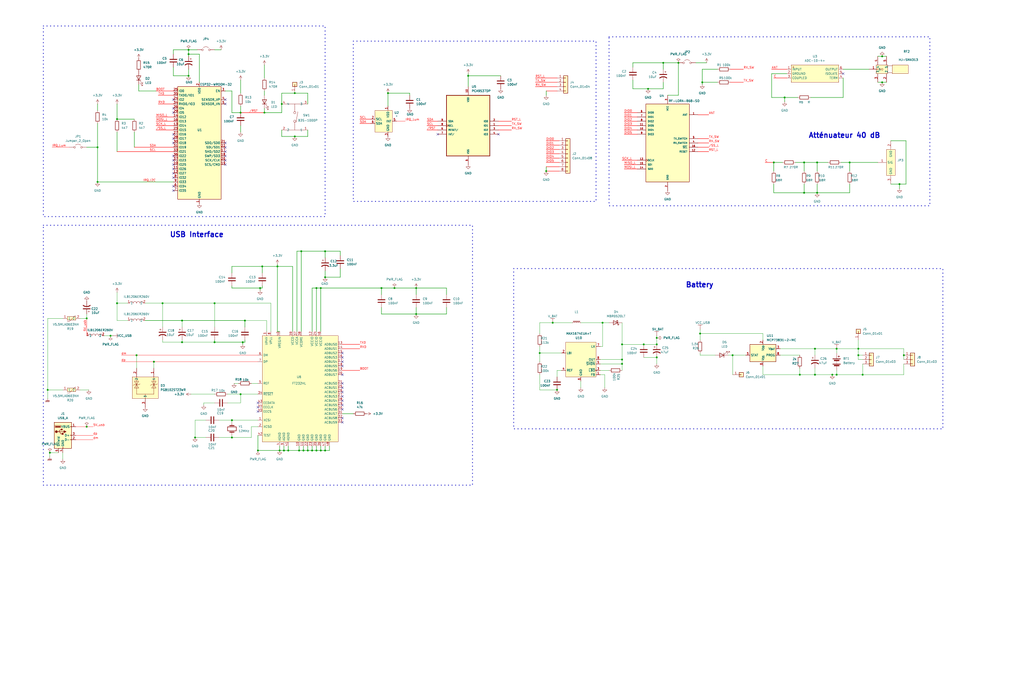
<source format=kicad_sch>
(kicad_sch (version 20231120) (generator "eeschema") (generator_version "8.0")
  (paper "User" 600 400.4)
  (junction (at 95.25 177.8))
  (junction (at 384.81 201.93))
  (junction (at 154.94 66.04))
  (junction (at 502.92 208.28))
  (junction (at 379.73 52.07))
  (junction (at 140.97 231.14))
  (junction (at 453.39 95.25))
  (junction (at 50.8 250.19))
  (junction (at 166.37 264.16))
  (junction (at 64.77 196.85))
  (junction (at 140.97 66.04))
  (junction (at 527.05 107.95))
  (junction (at 165.1 60.96))
  (junction (at 410.21 195.58))
  (junction (at 190.5 264.16))
  (junction (at 459.74 57.15))
  (junction (at 110.49 29.21))
  (junction (at 153.67 156.21))
  (junction (at 190.5 162.56))
  (junction (at 176.53 147.32))
  (junction (at 243.84 168.91))
  (junction (at 478.79 95.25))
  (junction (at 243.84 184.15))
  (junction (at 223.52 168.91))
  (junction (at 478.79 113.03))
  (junction (at 182.88 264.16))
  (junction (at 471.17 95.25))
  (junction (at 397.51 36.83))
  (junction (at 143.51 187.96))
  (junction (at 502.92 204.47))
  (junction (at 125.73 200.66))
  (junction (at 529.59 208.28))
  (junction (at 274.32 44.45))
  (junction (at 388.62 36.83))
  (junction (at 185.42 168.91))
  (junction (at 429.26 208.28))
  (junction (at 487.68 219.71))
  (junction (at 505.46 219.71))
  (junction (at 29.21 265.43))
  (junction (at 57.15 106.68))
  (junction (at 106.68 187.96))
  (junction (at 323.85 189.23))
  (junction (at 364.49 201.93))
  (junction (at 57.15 86.36))
  (junction (at 114.3 256.54))
  (junction (at 50.8 186.69))
  (junction (at 110.49 44.45))
  (junction (at 175.26 264.16))
  (junction (at 384.81 198.12))
  (junction (at 364.49 210.82))
  (junction (at 80.01 208.28))
  (junction (at 364.49 213.36))
  (junction (at 471.17 113.03))
  (junction (at 411.48 48.26))
  (junction (at 377.19 201.93))
  (junction (at 497.84 95.25))
  (junction (at 384.81 209.55))
  (junction (at 151.13 264.16))
  (junction (at 168.91 264.16))
  (junction (at 187.96 264.16))
  (junction (at 227.33 54.61))
  (junction (at 185.42 264.16))
  (junction (at 326.39 228.6))
  (junction (at 187.96 168.91))
  (junction (at 27.94 228.6))
  (junction (at 180.34 264.16))
  (junction (at 477.52 219.71))
  (junction (at 231.14 168.91))
  (junction (at 90.17 212.09))
  (junction (at 190.5 147.32))
  (junction (at 172.72 54.61))
  (junction (at 490.22 219.71))
  (junction (at 142.24 200.66))
  (junction (at 135.89 256.54))
  (junction (at 162.56 156.21))
  (junction (at 106.68 200.66))
  (junction (at 516.89 48.26))
  (junction (at 490.22 204.47))
  (junction (at 110.49 31.75))
  (junction (at 163.83 264.16))
  (junction (at 477.52 204.47))
  (junction (at 353.06 189.23))
  (junction (at 316.23 207.01))
  (junction (at 125.73 177.8))
  (junction (at 468.63 219.71))
  (junction (at 172.72 80.01))
  (junction (at 516.89 33.02))
  (junction (at 152.4 168.91))
  (junction (at 68.58 177.8))
  (junction (at 320.04 100.33))
  (junction (at 177.8 264.16))
  (junction (at 68.58 69.85))
  (junction (at 135.89 246.38))
  (no_connect (at 200.66 227.33))
  (no_connect (at 132.08 96.52))
  (no_connect (at 101.6 101.6))
  (no_connect (at 101.6 96.52))
  (no_connect (at 101.6 111.76))
  (no_connect (at 101.6 83.82))
  (no_connect (at 200.66 209.55))
  (no_connect (at 200.66 240.03))
  (no_connect (at 200.66 219.71))
  (no_connect (at 200.66 214.63))
  (no_connect (at 101.6 78.74))
  (no_connect (at 292.1 78.74))
  (no_connect (at 151.13 236.22))
  (no_connect (at 132.08 88.9))
  (no_connect (at 132.08 60.96))
  (no_connect (at 101.6 58.42))
  (no_connect (at 200.66 237.49))
  (no_connect (at 101.6 93.98))
  (no_connect (at 494.03 43.18))
  (no_connect (at 200.66 212.09))
  (no_connect (at 132.08 58.42))
  (no_connect (at 200.66 234.95))
  (no_connect (at 101.6 63.5))
  (no_connect (at 132.08 93.98))
  (no_connect (at 200.66 232.41))
  (no_connect (at 101.6 66.04))
  (no_connect (at 101.6 99.06))
  (no_connect (at 101.6 104.14))
  (no_connect (at 200.66 247.65))
  (no_connect (at 200.66 224.79))
  (no_connect (at 200.66 245.11))
  (no_connect (at 151.13 241.3))
  (no_connect (at 200.66 229.87))
  (no_connect (at 132.08 83.82))
  (no_connect (at 132.08 86.36))
  (no_connect (at 101.6 109.22))
  (no_connect (at 132.08 91.44))
  (no_connect (at 101.6 91.44))
  (no_connect (at 200.66 207.01))
  (no_connect (at 101.6 81.28))
  (no_connect (at 151.13 238.76))
  (no_connect (at 256.54 78.74))
  (wire (pts (xy 320.04 90.17) (xy 327.66 90.17)) (stroke (width 0.25) (color 255 0 0 1)))
  (wire (pts (xy 152.4 168.91) (xy 152.4 170.18)) (stroke (width 0.25)))
  (wire (pts (xy 227.33 54.61) (xy 227.33 62.23)) (stroke (width 0.25)))
  (wire (pts (xy 36.83 186.69) (xy 27.94 186.69)))
  (wire (pts (xy 316.23 189.23) (xy 323.85 189.23)))
  (wire (pts (xy 292.1 71.12) (xy 299.72 71.12)) (stroke (width 0.25) (color 255 0 0 1)))
  (wire (pts (xy 492.76 95.25) (xy 497.84 95.25)) (stroke (width 0.25)))
  (wire (pts (xy 133.35 231.14) (xy 140.97 231.14)))
  (wire (pts (xy 320.04 82.55) (xy 327.66 82.55)) (stroke (width 0.25) (color 255 0 0 1)))
  (wire (pts (xy 154.94 66.04) (xy 165.1 66.04)) (stroke (width 0.25)))
  (wire (pts (xy 466.09 95.25) (xy 471.17 95.25)) (stroke (width 0.25)))
  (wire (pts (xy 364.49 210.82) (xy 364.49 213.36)))
  (wire (pts (xy 397.51 36.83) (xy 397.51 55.88)) (stroke (width 0.25)))
  (wire (pts (xy 68.58 177.8) (xy 68.58 187.96)))
  (wire (pts (xy 453.39 95.25) (xy 458.47 95.25)) (stroke (width 0.25)))
  (wire (pts (xy 411.48 48.26) (xy 411.48 49.53)) (stroke (width 0.25)))
  (wire (pts (xy 180.34 264.16) (xy 182.88 264.16)) (stroke (width 0.25)))
  (wire (pts (xy 135.89 246.38) (xy 151.13 246.38)))
  (wire (pts (xy 176.53 147.32) (xy 176.53 194.31)) (stroke (width 0.25)))
  (wire (pts (xy 223.52 172.72) (xy 223.52 168.91)) (stroke (width 0.25)))
  (wire (pts (xy 95.25 177.8) (xy 95.25 191.77)))
  (wire (pts (xy 320.04 53.34) (xy 320.04 55.88)) (stroke (width 0.25)))
  (wire (pts (xy 516.89 33.02) (xy 519.43 33.02)) (stroke (width 0.25)))
  (wire (pts (xy 497.84 95.25) (xy 514.35 95.25)) (stroke (width 0.25)))
  (wire (pts (xy 119.38 236.22) (xy 119.38 237.49)))
  (wire (pts (xy 91.44 68.58) (xy 101.6 68.58)) (stroke (width 0.25) (color 255 0 0 1)))
  (wire (pts (xy 92.71 60.96) (xy 101.6 60.96)) (stroke (width 0.25) (color 255 0 0 1)))
  (wire (pts (xy 143.51 199.39) (xy 143.51 200.66)) (stroke (width 0.25)))
  (wire (pts (xy 429.26 208.28) (xy 429.26 219.71)))
  (wire (pts (xy 101.6 106.68) (xy 57.15 106.68)) (stroke (width 0.25)))
  (wire (pts (xy 250.19 73.66) (xy 256.54 73.66)) (stroke (width 0.25) (color 255 0 0 1)))
  (wire (pts (xy 320.04 87.63) (xy 327.66 87.63)) (stroke (width 0.25) (color 255 0 0 1)))
  (wire (pts (xy 187.96 264.16) (xy 190.5 264.16)) (stroke (width 0.25)))
  (wire (pts (xy 370.84 36.83) (xy 370.84 39.37)) (stroke (width 0.25)))
  (wire (pts (xy 153.67 168.91) (xy 152.4 168.91)) (stroke (width 0.25)))
  (wire (pts (xy 68.58 88.9) (xy 68.58 77.47)) (stroke (width 0.25)))
  (wire (pts (xy 326.39 53.34) (xy 320.04 53.34)) (stroke (width 0.25) (color 255 0 0 1)))
  (wire (pts (xy 91.44 76.2) (xy 101.6 76.2)) (stroke (width 0.25) (color 255 0 0 1)))
  (wire (pts (xy 351.79 203.2) (xy 353.06 203.2)))
  (wire (pts (xy 180.34 54.61) (xy 180.34 60.96)) (stroke (width 0.25)))
  (wire (pts (xy 292.1 76.2) (xy 299.72 76.2)) (stroke (width 0.25) (color 255 0 0 1)))
  (wire (pts (xy 165.1 80.01) (xy 172.72 80.01)) (stroke (width 0.25)))
  (wire (pts (xy 320.04 100.33) (xy 327.66 100.33)) (stroke (width 0.25) (color 255 0 0 1)))
  (wire (pts (xy 190.5 261.62) (xy 190.5 264.16)) (stroke (width 0.25)))
  (wire (pts (xy 505.46 213.36) (xy 505.46 219.71)))
  (wire (pts (xy 111.76 231.14) (xy 125.73 231.14)))
  (wire (pts (xy 364.49 213.36) (xy 364.49 217.17)))
  (wire (pts (xy 490.22 204.47) (xy 490.22 207.01)))
  (wire (pts (xy 185.42 168.91) (xy 187.96 168.91)) (stroke (width 0.25)))
  (wire (pts (xy 452.12 57.15) (xy 459.74 57.15)) (stroke (width 0.25)))
  (wire (pts (xy 50.8 184.15) (xy 50.8 186.69)))
  (wire (pts (xy 391.16 55.88) (xy 397.51 55.88)) (stroke (width 0.25)))
  (wire (pts (xy 461.01 43.18) (xy 452.12 43.18)) (stroke (width 0.25)))
  (wire (pts (xy 125.73 199.39) (xy 125.73 200.66)) (stroke (width 0.25)))
  (wire (pts (xy 168.91 264.16) (xy 175.26 264.16)) (stroke (width 0.25)))
  (wire (pts (xy 125.73 177.8) (xy 95.25 177.8)))
  (wire (pts (xy 490.22 204.47) (xy 502.92 204.47)))
  (wire (pts (xy 135.89 167.64) (xy 135.89 168.91)) (stroke (width 0.25)))
  (wire (pts (xy 27.94 186.69) (xy 27.94 228.6)))
  (wire (pts (xy 388.62 36.83) (xy 370.84 36.83)) (stroke (width 0.25)))
  (wire (pts (xy 223.52 168.91) (xy 231.14 168.91)) (stroke (width 0.25)))
  (wire (pts (xy 57.15 60.96) (xy 57.15 64.77)) (stroke (width 0.25)))
  (wire (pts (xy 384.81 196.85) (xy 384.81 198.12)))
  (wire (pts (xy 365.76 73.66) (xy 373.38 73.66)) (stroke (width 0.25) (color 255 0 0 1)))
  (wire (pts (xy 420.37 40.64) (xy 411.48 40.64)) (stroke (width 0.25)))
  (wire (pts (xy 200.66 242.57) (xy 207.01 242.57)) (stroke (width 0.25)))
  (wire (pts (xy 410.21 208.28) (xy 419.1 208.28)))
  (wire (pts (xy 452.12 40.64) (xy 461.01 40.64)) (stroke (width 0.25) (color 255 0 0 1)))
  (wire (pts (xy 274.32 44.45) (xy 274.32 50.8)) (stroke (width 0.25)))
  (wire (pts (xy 351.79 217.17) (xy 356.87 217.17)))
  (wire (pts (xy 447.04 195.58) (xy 410.21 195.58)))
  (wire (pts (xy 162.56 156.21) (xy 162.56 154.94)) (stroke (width 0.25)))
  (wire (pts (xy 227.33 54.61) (xy 240.03 54.61)) (stroke (width 0.25)))
  (wire (pts (xy 190.5 264.16) (xy 193.04 264.16)) (stroke (width 0.25)))
  (wire (pts (xy 320.04 95.25) (xy 327.66 95.25)) (stroke (width 0.25) (color 255 0 0 1)))
  (wire (pts (xy 326.39 217.17) (xy 326.39 220.98)))
  (wire (pts (xy 274.32 44.45) (xy 293.37 44.45)) (stroke (width 0.25)))
  (wire (pts (xy 410.21 207.01) (xy 410.21 208.28)))
  (wire (pts (xy 114.3 246.38) (xy 114.3 256.54)))
  (wire (pts (xy 243.84 184.15) (xy 261.62 184.15)) (stroke (width 0.25)))
  (wire (pts (xy 91.44 71.12) (xy 101.6 71.12)) (stroke (width 0.25) (color 255 0 0 1)))
  (wire (pts (xy 125.73 177.8) (xy 125.73 191.77)))
  (wire (pts (xy 370.84 52.07) (xy 370.84 46.99)) (stroke (width 0.25)))
  (wire (pts (xy 453.39 107.95) (xy 453.39 113.03)) (stroke (width 0.25)))
  (wire (pts (xy 514.35 48.26) (xy 516.89 48.26)) (stroke (width 0.25)))
  (wire (pts (xy 116.84 48.26) (xy 116.84 31.75)) (stroke (width 0.25)))
  (wire (pts (xy 50.8 86.36) (xy 57.15 86.36)) (stroke (width 0.25)))
  (wire (pts (xy 320.04 85.09) (xy 327.66 85.09)) (stroke (width 0.25) (color 255 0 0 1)))
  (wire (pts (xy 427.99 48.26) (xy 435.61 48.26)) (stroke (width 0.25) (color 255 0 0 1)))
  (wire (pts (xy 78.74 86.36) (xy 78.74 77.47)) (stroke (width 0.25)))
  (wire (pts (xy 384.81 198.12) (xy 384.81 201.93)))
  (wire (pts (xy 377.19 209.55) (xy 384.81 209.55)))
  (wire (pts (xy 408.94 83.82) (xy 415.29 83.82)) (stroke (width 0.25) (color 255 0 0 1)))
  (wire (pts (xy 353.06 203.2) (xy 353.06 189.23)))
  (wire (pts (xy 459.74 57.15) (xy 459.74 59.69)) (stroke (width 0.25)))
  (wire (pts (xy 411.48 48.26) (xy 420.37 48.26)) (stroke (width 0.25)))
  (wire (pts (xy 377.19 201.93) (xy 384.81 201.93)))
  (wire (pts (xy 313.69 48.26) (xy 326.39 48.26)) (stroke (width 0.25) (color 255 0 0 1)))
  (wire (pts (xy 364.49 201.93) (xy 377.19 201.93)))
  (wire (pts (xy 487.68 219.71) (xy 490.22 219.71)))
  (wire (pts (xy 147.32 224.79) (xy 151.13 224.79)))
  (wire (pts (xy 137.16 224.79) (xy 139.7 224.79)))
  (wire (pts (xy 353.06 189.23) (xy 356.87 189.23)))
  (wire (pts (xy 494.03 45.72) (xy 494.03 57.15)) (stroke (width 0.25)))
  (wire (pts (xy 106.68 200.66) (xy 125.73 200.66)))
  (wire (pts (xy 457.2 204.47) (xy 477.52 204.47)))
  (wire (pts (xy 351.79 219.71) (xy 354.33 219.71)))
  (wire (pts (xy 143.51 200.66) (xy 142.24 200.66)) (stroke (width 0.25)))
  (wire (pts (xy 165.1 60.96) (xy 165.1 66.04)) (stroke (width 0.25)))
  (wire (pts (xy 81.28 53.34) (xy 91.44 53.34)) (stroke (width 0.25)))
  (wire (pts (xy 320.04 92.71) (xy 327.66 92.71)) (stroke (width 0.25) (color 255 0 0 1)))
  (wire (pts (xy 453.39 100.33) (xy 453.39 95.25)) (stroke (width 0.25)))
  (wire (pts (xy 143.51 187.96) (xy 143.51 191.77)) (stroke (width 0.25)))
  (wire (pts (xy 153.67 156.21) (xy 153.67 160.02)) (stroke (width 0.25)))
  (wire (pts (xy 190.5 158.75) (xy 190.5 162.56)) (stroke (width 0.25)))
  (wire (pts (xy 68.58 187.96) (xy 74.93 187.96)))
  (wire (pts (xy 135.89 66.04) (xy 140.97 66.04)) (stroke (width 0.25)))
  (wire (pts (xy 408.94 81.28) (xy 415.29 81.28)) (stroke (width 0.25) (color 255 0 0 1)))
  (wire (pts (xy 468.63 219.71) (xy 477.52 219.71)))
  (wire (pts (xy 140.97 231.14) (xy 151.13 231.14)))
  (wire (pts (xy 200.66 204.47) (xy 210.82 204.47)) (stroke (width 0.25) (color 255 0 0 1)))
  (wire (pts (xy 468.63 215.9) (xy 468.63 219.71)))
  (wire (pts (xy 505.46 210.82) (xy 502.92 210.82)))
  (wire (pts (xy 180.34 54.61) (xy 172.72 54.61)) (stroke (width 0.25)))
  (wire (pts (xy 163.83 194.31) (xy 162.56 194.31)) (stroke (width 0.25)))
  (wire (pts (xy 80.01 208.28) (xy 151.13 208.28)) (stroke (width 0) (color 255 0 0 1)))
  (wire (pts (xy 140.97 62.23) (xy 140.97 66.04)) (stroke (width 0.25)))
  (wire (pts (xy 328.93 217.17) (xy 326.39 217.17)))
  (wire (pts (xy 223.52 184.15) (xy 243.84 184.15)) (stroke (width 0.25)))
  (wire (pts (xy 182.88 264.16) (xy 185.42 264.16)) (stroke (width 0.25)))
  (wire (pts (xy 505.46 219.71) (xy 529.59 219.71)))
  (wire (pts (xy 365.76 99.06) (xy 373.38 99.06)) (stroke (width 0.25) (color 255 0 0 1)))
  (wire (pts (xy 453.39 45.72) (xy 461.01 45.72)) (stroke (width 0.25) (color 255 0 0 1)))
  (wire (pts (xy 388.62 48.26) (xy 388.62 52.07)) (stroke (width 0.25)))
  (wire (pts (xy 125.73 29.21) (xy 129.54 29.21)) (stroke (width 0.25)))
  (wire (pts (xy 190.5 162.56) (xy 199.39 162.56)) (stroke (width 0.25)))
  (wire (pts (xy 478.79 113.03) (xy 497.84 113.03)) (stroke (width 0.25)))
  (wire (pts (xy 210.82 72.39) (xy 217.17 72.39)) (stroke (width 0.25) (color 255 0 0 1)))
  (wire (pts (xy 490.22 219.71) (xy 505.46 219.71)))
  (wire (pts (xy 177.8 261.62) (xy 177.8 264.16)) (stroke (width 0.25)))
  (wire (pts (xy 27.94 228.6) (xy 36.83 228.6)))
  (wire (pts (xy 316.23 207.01) (xy 316.23 212.09)))
  (wire (pts (xy 187.96 261.62) (xy 187.96 264.16)) (stroke (width 0.25)))
  (wire (pts (xy 171.45 156.21) (xy 162.56 156.21)) (stroke (width 0.25)))
  (wire (pts (xy 313.69 45.72) (xy 326.39 45.72)) (stroke (width 0.25) (color 255 0 0 1)))
  (wire (pts (xy 110.49 29.21) (xy 110.49 31.75)) (stroke (width 0.25)))
  (wire (pts (xy 71.12 212.09) (xy 90.17 212.09)) (stroke (width 0) (color 255 0 0 1)))
  (wire (pts (xy 125.73 177.8) (xy 158.75 177.8)))
  (wire (pts (xy 153.67 156.21) (xy 162.56 156.21)) (stroke (width 0.25)))
  (wire (pts (xy 529.59 208.28) (xy 529.59 210.82)))
  (wire (pts (xy 365.76 78.74) (xy 373.38 78.74)) (stroke (width 0.25) (color 255 0 0 1)))
  (wire (pts (xy 68.58 60.96) (xy 68.58 69.85)) (stroke (width 0.25)))
  (wire (pts (xy 478.79 95.25) (xy 485.14 95.25)) (stroke (width 0.25)))
  (wire (pts (xy 250.19 76.2) (xy 256.54 76.2)) (stroke (width 0.25) (color 255 0 0 1)))
  (wire (pts (xy 85.09 187.96) (xy 106.68 187.96)) (stroke (width 0.25)))
  (wire (pts (xy 110.49 29.21) (xy 101.6 29.21)) (stroke (width 0.25)))
  (wire (pts (xy 44.45 250.19) (xy 50.8 250.19)) (stroke (width 0) (color 255 0 0 1)))
  (wire (pts (xy 180.34 261.62) (xy 180.34 264.16)) (stroke (width 0.25)))
  (wire (pts (xy 193.04 264.16) (xy 193.04 261.62)) (stroke (width 0.25)))
  (wire (pts (xy 502.92 199.39) (xy 502.92 204.47)))
  (wire (pts (xy 44.45 257.81) (xy 54.61 257.81)) (stroke (width 0) (color 255 0 0 1)))
  (wire (pts (xy 177.8 264.16) (xy 180.34 264.16)) (stroke (width 0.25)))
  (wire (pts (xy 135.89 256.54) (xy 135.89 255.27)))
  (wire (pts (xy 71.12 208.28) (xy 80.01 208.28)) (stroke (width 0) (color 255 0 0 1)))
  (wire (pts (xy 133.35 236.22) (xy 140.97 236.22)))
  (wire (pts (xy 101.6 88.9) (xy 68.58 88.9)) (stroke (width 0.25) (color 255 0 0 1)))
  (wire (pts (xy 410.21 195.58) (xy 410.21 199.39)))
  (wire (pts (xy 364.49 93.98) (xy 373.38 93.98)) (stroke (width 0.25) (color 255 0 0 1)))
  (wire (pts (xy 44.45 255.27) (xy 54.61 255.27)) (stroke (width 0) (color 255 0 0 1)))
  (wire (pts (xy 29.21 265.43) (xy 29.21 267.97)))
  (wire (pts (xy 110.49 40.64) (xy 110.49 44.45)) (stroke (width 0.25)))
  (wire (pts (xy 497.84 113.03) (xy 497.84 107.95)) (stroke (width 0.25)))
  (wire (pts (xy 128.27 256.54) (xy 135.89 256.54)))
  (wire (pts (xy 163.83 264.16) (xy 166.37 264.16)) (stroke (width 0.25)))
  (wire (pts (xy 471.17 107.95) (xy 471.17 113.03)) (stroke (width 0.25)))
  (wire (pts (xy 190.5 147.32) (xy 190.5 151.13)) (stroke (width 0.25)))
  (wire (pts (xy 340.36 189.23) (xy 353.06 189.23)))
  (wire (pts (xy 182.88 168.91) (xy 185.42 168.91)) (stroke (width 0.25)))
  (wire (pts (xy 502.92 208.28) (xy 502.92 204.47)))
  (wire (pts (xy 90.17 212.09) (xy 90.17 215.9)))
  (wire (pts (xy 384.81 209.55) (xy 384.81 213.36)))
  (wire (pts (xy 316.23 228.6) (xy 326.39 228.6)))
  (wire (pts (xy 116.84 31.75) (xy 110.49 31.75)) (stroke (width 0.25)))
  (wire (pts (xy 101.6 44.45) (xy 101.6 39.37)) (stroke (width 0.25)))
  (wire (pts (xy 182.88 194.31) (xy 182.88 168.91)) (stroke (width 0.25)))
  (wire (pts (xy 101.6 29.21) (xy 101.6 31.75)) (stroke (width 0.25)))
  (wire (pts (xy 175.26 261.62) (xy 175.26 264.16)) (stroke (width 0.25)))
  (wire (pts (xy 474.98 57.15) (xy 494.03 57.15)) (stroke (width 0.25)))
  (wire (pts (xy 316.23 195.58) (xy 316.23 189.23)))
  (wire (pts (xy 95.25 200.66) (xy 106.68 200.66)))
  (wire (pts (xy 91.44 73.66) (xy 101.6 73.66)) (stroke (width 0.25) (color 255 0 0 1)))
  (wire (pts (xy 316.23 207.01) (xy 328.93 207.01)))
  (wire (pts (xy 316.23 203.2) (xy 316.23 207.01)))
  (wire (pts (xy 351.79 213.36) (xy 364.49 213.36)))
  (wire (pts (xy 199.39 147.32) (xy 199.39 149.86)) (stroke (width 0.25)))
  (wire (pts (xy 57.15 86.36) (xy 57.15 106.68)) (stroke (width 0.25)))
  (wire (pts (xy 514.35 33.02) (xy 516.89 33.02)) (stroke (width 0.25)))
  (wire (pts (xy 175.26 264.16) (xy 177.8 264.16)) (stroke (width 0.25)))
  (wire (pts (xy 529.59 204.47) (xy 529.59 208.28)))
  (wire (pts (xy 165.1 60.96) (xy 165.1 54.61)) (stroke (width 0.25)))
  (wire (pts (xy 110.49 31.75) (xy 110.49 33.02)) (stroke (width 0.25)))
  (wire (pts (xy 447.04 214.63) (xy 447.04 219.71)))
  (wire (pts (xy 478.79 95.25) (xy 478.79 100.33)) (stroke (width 0.25)))
  (wire (pts (xy 30.48 86.36) (xy 40.64 86.36)) (stroke (width 0) (color 255 0 0 1)))
  (wire (pts (xy 477.52 204.47) (xy 477.52 208.28)))
  (wire (pts (xy 447.04 199.39) (xy 447.04 195.58)))
  (wire (pts (xy 530.86 107.95) (xy 527.05 107.95)) (stroke (width 0.25)))
  (wire (pts (xy 527.05 107.95) (xy 527.05 110.49)) (stroke (width 0.25)))
  (wire (pts (xy 92.71 55.88) (xy 101.6 55.88)) (stroke (width 0.25) (color 255 0 0 1)))
  (wire (pts (xy 57.15 86.36) (xy 57.15 72.39)) (stroke (width 0.25)))
  (wire (pts (xy 414.02 36.83) (xy 407.67 36.83)) (stroke (width 0.25)))
  (wire (pts (xy 388.62 52.07) (xy 379.73 52.07)) (stroke (width 0.25)))
  (wire (pts (xy 427.99 40.64) (xy 435.61 40.64)) (stroke (width 0.25) (color 255 0 0 1)))
  (wire (pts (xy 147.32 250.19) (xy 147.32 256.54)))
  (wire (pts (xy 135.89 156.21) (xy 153.67 156.21)) (stroke (width 0.25)))
  (wire (pts (xy 410.21 193.04) (xy 410.21 195.58)))
  (wire (pts (xy 365.76 71.12) (xy 373.38 71.12)) (stroke (width 0.25) (color 255 0 0 1)))
  (wire (pts (xy 158.75 177.8) (xy 158.75 194.31)))
  (wire (pts (xy 114.3 256.54) (xy 120.65 256.54)))
  (wire (pts (xy 50.8 196.85) (xy 50.8 186.69)) (stroke (width 0) (color 255 0 0 1)))
  (wire (pts (xy 140.97 73.66) (xy 140.97 77.47)) (stroke (width 0.25)))
  (wire (pts (xy 429.26 208.28) (xy 436.88 208.28)))
  (wire (pts (xy 95.25 199.39) (xy 95.25 200.66)))
  (wire (pts (xy 240.03 54.61) (xy 240.03 55.88)) (stroke (width 0.25)))
  (wire (pts (xy 478.79 107.95) (xy 478.79 113.03)) (stroke (width 0.25)))
  (wire (pts (xy 210.82 69.85) (xy 217.17 69.85)) (stroke (width 0.25) (color 255 0 0 1)))
  (wire (pts (xy 120.65 246.38) (xy 114.3 246.38)))
  (wire (pts (xy 95.25 177.8) (xy 85.09 177.8)))
  (wire (pts (xy 426.72 208.28) (xy 429.26 208.28)))
  (wire (pts (xy 365.76 96.52) (xy 373.38 96.52)) (stroke (width 0.25) (color 255 0 0 1)))
  (wire (pts (xy 125.73 200.66) (xy 142.24 200.66)) (stroke (width 0.25)))
  (wire (pts (xy 140.97 66.04) (xy 154.94 66.04)) (stroke (width 0.25) (color 255 0 0 1)))
  (wire (pts (xy 231.14 168.91) (xy 243.84 168.91)) (stroke (width 0.25)))
  (wire (pts (xy 135.89 53.34) (xy 135.89 66.04)) (stroke (width 0.25)))
  (wire (pts (xy 50.8 250.19) (xy 54.61 250.19)) (stroke (width 0) (color 255 0 0 1)))
  (wire (pts (xy 166.37 261.62) (xy 166.37 264.16)) (stroke (width 0.25)))
  (wire (pts (xy 313.69 50.8) (xy 326.39 50.8)) (stroke (width 0.25) (color 255 0 0 1)))
  (wire (pts (xy 80.01 208.28) (xy 80.01 215.9)))
  (wire (pts (xy 320.04 97.79) (xy 327.66 97.79)) (stroke (width 0.25) (color 255 0 0 1)))
  (wire (pts (xy 452.12 43.18) (xy 452.12 57.15)) (stroke (width 0.25)))
  (wire (pts (xy 135.89 246.38) (xy 135.89 247.65)))
  (wire (pts (xy 502.92 208.28) (xy 505.46 208.28)))
  (wire (pts (xy 106.68 187.96) (xy 106.68 191.77)))
  (wire (pts (xy 388.62 36.83) (xy 388.62 40.64)) (stroke (width 0.25)))
  (wire (pts (xy 502.92 210.82) (xy 502.92 208.28)))
  (wire (pts (xy 200.66 201.93) (xy 210.82 201.93)) (stroke (width 0.25) (color 255 0 0 1)))
  (wire (pts (xy 132.08 53.34) (xy 135.89 53.34)) (stroke (width 0.25)))
  (wire (pts (xy 187.96 168.91) (xy 223.52 168.91)) (stroke (width 0.25)))
  (wire (pts (xy 471.17 95.25) (xy 471.17 100.33)) (stroke (width 0.25)))
  (wire (pts (xy 173.99 147.32) (xy 176.53 147.32)) (stroke (width 0.25)))
  (wire (pts (xy 490.22 217.17) (xy 490.22 219.71)))
  (wire (pts (xy 199.39 162.56) (xy 199.39 157.48)) (stroke (width 0.25)))
  (wire (pts (xy 408.94 86.36) (xy 415.29 86.36)) (stroke (width 0.25) (color 255 0 0 1)))
  (wire (pts (xy 135.89 156.21) (xy 135.89 160.02)) (stroke (width 0.25)))
  (wire (pts (xy 125.73 236.22) (xy 119.38 236.22)))
  (wire (pts (xy 408.94 88.9) (xy 415.29 88.9)) (stroke (width 0.25) (color 255 0 0 1)))
  (wire (pts (xy 453.39 113.03) (xy 471.17 113.03)) (stroke (width 0.25)))
  (wire (pts (xy 140.97 236.22) (xy 140.97 231.14)))
  (wire (pts (xy 154.94 38.1) (xy 154.94 45.72)) (stroke (width 0.25)))
  (wire (pts (xy 140.97 46.99) (xy 140.97 54.61)) (stroke (width 0.25)))
  (wire (pts (xy 316.23 219.71) (xy 316.23 228.6)))
  (wire (pts (xy 274.32 43.18) (xy 274.32 44.45)) (stroke (width 0.25)))
  (wire (pts (xy 243.84 168.91) (xy 261.62 168.91)) (stroke (width 0.25)))
  (wire (pts (xy 36.83 265.43) (xy 36.83 269.24)))
  (wire (pts (xy 471.17 113.03) (xy 478.79 113.03)) (stroke (width 0.25)))
  (wire (pts (xy 166.37 264.16) (xy 168.91 264.16)) (stroke (width 0.25)))
  (wire (pts (xy 200.66 217.17) (xy 210.82 217.17)) (stroke (width 0.25) (color 255 0 0 1)))
  (wire (pts (xy 162.56 194.31) (xy 162.56 156.21)) (stroke (width 0.25)))
  (wire (pts (xy 457.2 208.28) (xy 468.63 208.28)))
  (wire (pts (xy 185.42 168.91) (xy 185.42 194.31)) (stroke (width 0.25)))
  (wire (pts (xy 68.58 177.8) (xy 74.93 177.8)))
  (wire (pts (xy 182.88 261.62) (xy 182.88 264.16)) (stroke (width 0.25)))
  (wire (pts (xy 135.89 168.91) (xy 152.4 168.91)) (stroke (width 0.25)))
  (wire (pts (xy 50.8 186.69) (xy 46.99 186.69)))
  (wire (pts (xy 106.68 187.96) (xy 143.51 187.96)) (stroke (width 0.25)))
  (wire (pts (xy 27.94 228.6) (xy 27.94 233.68)))
  (wire (pts (xy 502.92 204.47) (xy 529.59 204.47)))
  (wire (pts (xy 142.24 200.66) (xy 142.24 201.93)) (stroke (width 0.25)))
  (wire (pts (xy 408.94 67.31) (xy 415.29 67.31)) (stroke (width 0.25) (color 255 0 0 1)))
  (wire (pts (xy 171.45 194.31) (xy 171.45 156.21)) (stroke (width 0.25)))
  (wire (pts (xy 185.42 264.16) (xy 187.96 264.16)) (stroke (width 0.25)))
  (wire (pts (xy 91.44 53.34) (xy 101.6 53.34)) (stroke (width 0.25) (color 255 0 0 1)))
  (wire (pts (xy 365.76 68.58) (xy 373.38 68.58)) (stroke (width 0.25) (color 255 0 0 1)))
  (wire (pts (xy 243.84 180.34) (xy 243.84 184.15)) (stroke (width 0.25)))
  (wire (pts (xy 154.94 66.04) (xy 154.94 63.5)) (stroke (width 0.25)))
  (wire (pts (xy 530.86 82.55) (xy 530.86 107.95)) (stroke (width 0.25)))
  (wire (pts (xy 90.17 212.09) (xy 151.13 212.09)) (stroke (width 0) (color 255 0 0 1)))
  (wire (pts (xy 46.99 228.6) (xy 52.07 228.6)))
  (wire (pts (xy 397.51 36.83) (xy 388.62 36.83)) (stroke (width 0.25)))
  (wire (pts (xy 64.77 196.85) (xy 66.04 196.85)))
  (wire (pts (xy 153.67 167.64) (xy 153.67 168.91)) (stroke (width 0.25)))
  (wire (pts (xy 68.58 69.85) (xy 78.74 69.85)) (stroke (width 0.25)))
  (wire (pts (xy 168.91 261.62) (xy 168.91 264.16)) (stroke (width 0.25)))
  (wire (pts (xy 128.27 246.38) (xy 135.89 246.38)))
  (wire (pts (xy 185.42 261.62) (xy 185.42 264.16)) (stroke (width 0.25)))
  (wire (pts (xy 110.49 44.45) (xy 101.6 44.45)) (stroke (width 0.25)))
  (wire (pts (xy 250.19 71.12) (xy 256.54 71.12)) (stroke (width 0.25) (color 255 0 0 1)))
  (wire (pts (xy 477.52 219.71) (xy 487.68 219.71)))
  (wire (pts (xy 364.49 201.93) (xy 364.49 210.82)))
  (wire (pts (xy 516.89 48.26) (xy 519.43 48.26)) (stroke (width 0.25)))
  (wire (pts (xy 190.5 147.32) (xy 199.39 147.32)) (stroke (width 0.25)))
  (wire (pts (xy 365.76 66.04) (xy 373.38 66.04)) (stroke (width 0.25) (color 255 0 0 1)))
  (wire (pts (xy 223.52 180.34) (xy 223.52 184.15)) (stroke (width 0.25)))
  (wire (pts (xy 151.13 250.19) (xy 147.32 250.19)))
  (wire (pts (xy 379.73 52.07) (xy 370.84 52.07)) (stroke (width 0.25)))
  (wire (pts (xy 323.85 189.23) (xy 335.28 189.23)))
  (wire (pts (xy 180.34 80.01) (xy 172.72 80.01)) (stroke (width 0.25)))
  (wire (pts (xy 60.96 196.85) (xy 64.77 196.85)))
  (wire (pts (xy 354.33 219.71) (xy 354.33 227.33)))
  (wire (pts (xy 340.36 223.52) (xy 340.36 227.33)))
  (wire (pts (xy 156.21 187.96) (xy 156.21 194.31)))
  (wire (pts (xy 151.13 264.16) (xy 163.83 264.16)) (stroke (width 0.25)))
  (wire (pts (xy 447.04 219.71) (xy 468.63 219.71)))
  (wire (pts (xy 459.74 57.15) (xy 467.36 57.15)) (stroke (width 0.25)))
  (wire (pts (xy 165.1 54.61) (xy 172.72 54.61)) (stroke (width 0.25)))
  (wire (pts (xy 165.1 76.2) (xy 165.1 80.01)) (stroke (width 0.25)))
  (wire (pts (xy 110.49 29.21) (xy 115.57 29.21)) (stroke (width 0.25)))
  (wire (pts (xy 154.94 53.34) (xy 154.94 55.88)) (stroke (width 0.25)))
  (wire (pts (xy 261.62 184.15) (xy 261.62 180.34)) (stroke (width 0.25)))
  (wire (pts (xy 364.49 189.23) (xy 364.49 201.93)))
  (wire (pts (xy 521.97 82.55) (xy 530.86 82.55)) (stroke (width 0.25)))
  (wire (pts (xy 320.04 97.79) (xy 320.04 100.33)) (stroke (width 0.25)))
  (wire (pts (xy 34.29 265.43) (xy 29.21 265.43)))
  (wire (pts (xy 261.62 168.91) (xy 261.62 172.72)) (stroke (width 0.25)))
  (wire (pts (xy 477.52 204.47) (xy 490.22 204.47)))
  (wire (pts (xy 68.58 171.45) (xy 68.58 177.8)))
  (wire (pts (xy 471.17 95.25) (xy 478.79 95.25)) (stroke (width 0.25)))
  (wire (pts (xy 232.41 71.12) (xy 237.49 71.12)) (stroke (width 0) (color 255 0 0 1)))
  (wire (pts (xy 243.84 168.91) (xy 243.84 172.72)) (stroke (width 0.25)))
  (wire (pts (xy 163.83 261.62) (xy 163.83 264.16)) (stroke (width 0.25)))
  (wire (pts (xy 521.97 107.95) (xy 527.05 107.95)) (stroke (width 0.25)))
  (wire (pts (xy 173.99 194.31) (xy 173.99 147.32)) (stroke (width 0.25)))
  (wire (pts (xy 411.48 40.64) (xy 411.48 48.26)) (stroke (width 0.25)))
  (wire (pts (xy 180.34 76.2) (xy 180.34 80.01)) (stroke (width 0.25)))
  (wire (pts (xy 494.03 40.64) (xy 509.27 40.64)) (stroke (width 0.25)))
  (wire (pts (xy 351.79 210.82) (xy 364.49 210.82)))
  (wire (pts (xy 477.52 215.9) (xy 477.52 219.71)))
  (wire (pts (xy 81.28 49.53) (xy 81.28 53.34)) (stroke (width 0.25)))
  (wire (pts (xy 151.13 255.27) (xy 151.13 264.16)) (stroke (width 0.25)))
  (wire (pts (xy 365.76 76.2) (xy 373.38 76.2)) (stroke (width 0.25) (color 255 0 0 1)))
  (wire (pts (xy 292.1 73.66) (xy 299.72 73.66)) (stroke (width 0.25) (color 255 0 0 1)))
  (wire (pts (xy 143.51 187.96) (xy 156.21 187.96)))
  (wire (pts (xy 176.53 147.32) (xy 190.5 147.32)) (stroke (width 0.25)))
  (wire (pts (xy 497.84 95.25) (xy 497.84 100.33)) (stroke (width 0.25)))
  (wire (pts (xy 106.68 199.39) (xy 106.68 200.66)))
  (wire (pts (xy 101.6 86.36) (xy 78.74 86.36)) (stroke (width 0.25) (color 255 0 0 1)))
  (wire (pts (xy 448.31 95.25) (xy 453.39 95.25)) (stroke (width 0.25) (color 255 0 0 1)))
  (wire (pts (xy 529.59 219.71) (xy 529.59 213.36)))
  (wire (pts (xy 147.32 256.54) (xy 135.89 256.54)))
  (wire (pts (xy 187.96 168.91) (xy 187.96 194.31)) (stroke (width 0.25)))
  (rectangle (start 356.87 21.59) (end 544.83 120.65) (stroke (width 0.5) (type dot)))
  (rectangle (start 207.01 24.13) (end 349.25 118.11) (stroke (width 0.5) (type dot)))
  (rectangle (start 300.99 157.48) (end 552.45 251.46) (stroke (width 0.5) (type dot)))
  (rectangle (start 25.4 132.08) (end 276.86 284.48) (stroke (width 0.5) (type dot)))
  (rectangle (start 25.4 15.24) (end 190.5 127) (stroke (width 0.5) (type dot)))
  (text "Battery" (at 409.956 167.132 0) (effects (font (size 3 3) (bold yes))))
  (text "Atténuateur 40 dB" (at 494.792 79.502 0) (effects (font (size 3 3) (thickness 0.6) (bold yes))))
  (text "USB Interface" (at 115.316 137.668 0) (effects (font (size 3 3) (bold yes))))
  (label "DIO5" (at 320.04 95.25 0))
  (label "DIO5" (at 365.76 78.74 0))
  (label "SCL" (at 250.19 73.66 0))
  (label "dm" (at 71.12 208.28 0))
  (label "SCK_L" (at 364.49 93.98 0))
  (label "ANT" (at 415.29 67.31 0))
  (label "{slash}SS_L" (at 91.44 76.2 0))
  (label "C" (at 448.31 95.25 0))
  (label "IRQ_I2C" (at 83.82 106.68 0))
  (label "ANT" (at 452.12 40.64 0))
  (label "5V_usb" (at 54.61 250.19 0))
  (label "dp" (at 54.61 255.27 0))
  (label "BOOT" (at 210.82 217.17 0))
  (label "{slash}RST" (at 146.05 66.04 0))
  (label "{slash}RST" (at 250.19 76.2 0))
  (label "RX_SW" (at 313.69 50.8 0))
  (label "DIO0" (at 365.76 66.04 0))
  (label "TXD" (at 210.82 201.93 0))
  (label "SDA" (at 250.19 71.12 0))
  (label "TX_SW" (at 435.61 48.26 0))
  (label "DIO4" (at 320.04 92.71 0))
  (label "RX_SW" (at 415.29 83.82 0))
  (label "5V_usb" (at 50.8 194.31 90))
  (label "MISO_L" (at 365.76 96.52 0))
  (label "RX_SW" (at 299.72 76.2 0))
  (label "IRQ_Lum" (at 237.49 71.12 0))
  (label "TXD" (at 92.71 55.88 0))
  (label "dm" (at 54.61 257.81 0))
  (label "RXD" (at 92.71 60.96 0))
  (label "MISO_L" (at 91.44 68.58 0))
  (label "SDA" (at 210.82 72.39 0))
  (label "RST_L" (at 415.29 88.9 0))
  (label "SCL" (at 87.63 88.9 0))
  (label "dp" (at 71.12 212.09 0))
  (label "SDA" (at 87.63 86.36 0))
  (label "SCL" (at 210.82 69.85 0))
  (label "DIO3" (at 320.04 90.17 0))
  (label "{slash}SS_L" (at 415.29 86.36 0))
  (label "RST_L" (at 313.69 45.72 0))
  (label "DIO1" (at 320.04 85.09 0))
  (label "DIO2" (at 365.76 71.12 0))
  (label "RST_L" (at 299.72 71.12 0))
  (label "TX_SW" (at 313.69 48.26 0))
  (label "SCK_L" (at 91.44 73.66 0))
  (label "RX_SW" (at 435.61 40.64 0))
  (label "TX_SW" (at 299.72 73.66 0))
  (label "MOSI_L" (at 365.76 99.06 0))
  (label "DIO1" (at 365.76 68.58 0))
  (label "RXD" (at 210.82 204.47 0))
  (label "C" (at 453.39 45.72 0))
  (label "DIO4" (at 365.76 76.2 0))
  (label "DIO2" (at 320.04 87.63 0))
  (label "DIO0" (at 320.04 82.55 0))
  (label "IRQ_Lum" (at 30.48 86.36 0))
  (label "BOOT" (at 91.44 53.34 0))
  (label "MOSI_L" (at 91.44 71.12 0))
  (label "TX_SW" (at 415.29 81.28 0))
  (label "DIO3" (at 365.76 73.66 0))
  (symbol (lib_id "easyeda2kicad:ILB1206ER260V") (at 55.88 196.85 0) (unit 1)
    (property "Reference" "U9" (effects (hide yes)))
    (property "Value" "ILB1206ER260V" (at 58.674 193.548 0))
    (property "Footprint" "easyeda2kicad:L1206" (effects (hide yes)))
    (property "LCSC Part" "C2999377" (effects (hide yes)))
  )
  (symbol (lib_id "easyeda2kicad:HJ-SMA313") (at 519.43 40.64 180) (unit 1)
    (property "Reference" "RF2" (at 529.336 30.226 0) (effects (justify right)))
    (property "Value" "HJ-SMA313" (at 526.542 35.052 0) (effects (justify right)))
    (property "Footprint" "Connector_Coaxial:SMA_Amphenol_901-144_Vertical" (effects (hide yes)))
    (property "LCSC Part" "C2905337" (effects (hide yes)))
  )
  (symbol (lib_id "easyeda2kicad:ILB1206ER260V") (at 80.01 187.96 0) (unit 1)
    (property "Reference" "U7" (effects (hide yes)))
    (property "Value" "ILB1206ER260V" (at 80.01 184.15 0))
    (property "Footprint" "easyeda2kicad:L1206" (effects (hide yes)))
    (property "LCSC Part" "C2999377" (effects (hide yes)))
  )
  (symbol (lib_id "Device:R") (at 468.63 212.09 0) (unit 1)
    (property "Reference" "R27" (at 466.09 213.106 0))
    (property "Value" "2k" (at 465.582 210.566 0))
    (property "Footprint" "Resistor_SMD:R_0805_2012Metric_Pad1.20x1.40mm_HandSolder" (effects (hide yes)))
    (property "Description" "Resistor" (effects (hide yes)))
  )
  (symbol (lib_id "Device:R") (at 140.97 58.42 0) (unit 1)
    (property "Reference" "R13" (at 143.51 57.1499 0) (effects (justify left)))
    (property "Value" "10k" (at 143.51 59.6899 0) (effects (justify left)))
    (property "Footprint" "Resistor_SMD:R_0805_2012Metric_Pad1.20x1.40mm_HandSolder" (effects (hide yes)))
    (property "Description" "Resistor" (effects (hide yes)))
  )
  (symbol (lib_id "Device:R") (at 316.23 215.9 180) (unit 1)
    (property "Reference" "R22" (at 318.77 214.884 0))
    (property "Value" "100k" (at 319.278 217.424 0))
    (property "Footprint" "Resistor_SMD:R_0805_2012Metric_Pad1.20x1.40mm_HandSolder" (effects (hide yes)))
    (property "Description" "Resistor" (effects (hide yes)))
  )
  (symbol (lib_id "power:GND") (at 57.15 106.68 0) (unit 1)
    (property "Reference" "#PWR07" (effects (hide yes)))
    (property "Value" "GND" (at 57.15 111.76 0))
    (property "Description" "Power symbol creates a global label with name \"GND\" , ground" (effects (hide yes)))
  )
  (symbol (lib_id "easyeda2kicad:V5.5MLA0603NH") (at 41.91 228.6 0) (unit 1)
    (property "Reference" "R20" (at 41.148 234.696 0))
    (property "Value" "V5.5MLA0603NH" (at 38.608 232.156 0))
    (property "Footprint" "easyeda2kicad:R0603" (effects (hide yes)))
    (property "Datasheet" "https://lcsc.com/product-detail/Varistors_Littelfuse_V5-5MLA0603NH_V5-5MLA0603NH_C118414.html" (effects (hide yes)))
    (property "LCSC Part" "C118414" (effects (hide yes)))
  )
  (symbol (lib_id "easyeda2kicad:PGB102ST23WR") (at 85.09 227.33 180) (unit 1)
    (property "Reference" "D3" (at 93.98 226.0599 0) (effects (justify right)))
    (property "Value" "PGB102ST23WR" (at 93.98 228.5999 0) (effects (justify right)))
    (property "Footprint" "easyeda2kicad:SOT-23_L3.0-W2.2-P0.95-LS2.2-TR" (effects (hide yes)))
    (property "Datasheet" "https://lcsc.com/product-detail/Diodes-ESD_Littelfuse_PGB102ST23WR_PGB102ST23WR_C126830.html" (effects (hide yes)))
    (property "LCSC Part" "C126830" (effects (hide yes)))
  )
  (symbol (lib_id "Device:C") (at 240.03 59.69 0) (unit 1)
    (property "Reference" "C1" (at 243.84 58.4199 0) (effects (justify left)))
    (property "Value" "100nF" (at 243.84 60.9599 0) (effects (justify left)))
    (property "Footprint" "Capacitor_SMD:C_0805_2012Metric_Pad1.18x1.45mm_HandSolder" (effects (hide yes)))
    (property "Description" "Unpolarized capacitor" (effects (hide yes)))
  )
  (symbol (lib_id "power:VCC") (at 323.85 189.23 0) (unit 1)
    (property "Reference" "#PWR054" (effects (hide yes)))
    (property "Value" "V_BAT" (at 321.056 185.42 0) (effects (justify left)))
    (property "Description" "Power symbol creates a global label with name \"VCC\"" (effects (hide yes)))
  )
  (symbol (lib_id "Device:LED") (at 81.28 45.72 90) (unit 1)
    (property "Reference" "D2" (at 85.09 46.0374 90) (effects (justify right)))
    (property "Value" "LED" (at 85.09 48.5774 90) (effects (justify right)))
    (property "Footprint" "LED_SMD:LED_0805_2012Metric_Pad1.15x1.40mm_HandSolder" (effects (hide yes)))
    (property "Description" "Light emitting diode" (effects (hide yes)))
  )
  (symbol (lib_id "power:PWR_FLAG") (at 50.8 250.19 0) (unit 1)
    (property "Reference" "#FLG04" (effects (hide yes)))
    (property "Value" "PWR_FLAG" (at 50.8 245.11 0))
    (property "Description" "Special symbol for telling ERC where power comes from" (effects (hide yes)))
  )
  (symbol (lib_id "easyeda2kicad:U.FL-R-SMT-1(80)") (at 519.43 95.25 270) (unit 1)
    (property "Reference" "JP3" (at 525.78 93.9799 90) (effects (justify left)))
    (property "Value" "U.FL-R-SMT-1(80)" (effects (hide yes)))
    (property "Footprint" "easyeda2kicad:RF-SMD_FRF05002-JSS103M" (effects (hide yes)))
    (property "Datasheet" "https://lcsc.com/product-detail/Connectors_HRS_U-FL-R-SMT-1-80_3310472280-IPE-XBoard-end-IPXConnector-SMD_C88374.html" (effects (hide yes)))
    (property "LCSC Part" "C88374" (effects (hide yes)))
  )
  (symbol (lib_id "Connector_Generic:Conn_01x03") (at 534.67 210.82 0) (unit 1)
    (property "Reference" "J8" (at 537.21 209.5499 0) (effects (justify left)))
    (property "Value" "Conn_01x03" (at 537.21 212.0899 0) (effects (justify left)))
    (property "Footprint" "Connector_Hirose:Hirose_DF13-03P-1.25DS_1x03_P1.25mm_Horizontal" (effects (hide yes)))
    (property "Description" "Generic connector, single row, 01x03, script generated (kicad-library-utils/schlib/autogen/connector/)" (effects (hide yes)))
  )
  (symbol (lib_id "power:PWR_FLAG") (at 110.49 29.21 0) (unit 1)
    (property "Reference" "#FLG08" (effects (hide yes)))
    (property "Value" "PWR_FLAG" (at 110.49 24.13 0))
    (property "Description" "Special symbol for telling ERC where power comes from" (effects (hide yes)))
  )
  (symbol (lib_id "Device:C") (at 326.39 224.79 0) (mirror x) (unit 1)
    (property "Reference" "C23" (at 322.58 223.5199 0) (effects (justify right)))
    (property "Value" "100nF" (at 322.58 226.0599 0) (effects (justify right)))
    (property "Footprint" "Capacitor_SMD:C_0805_2012Metric_Pad1.18x1.45mm_HandSolder" (effects (hide yes)))
    (property "Description" "Unpolarized capacitor" (effects (hide yes)))
  )
  (symbol (lib_id "Device:C_Polarized_US") (at 110.49 36.83 0) (mirror y) (unit 1)
    (property "Reference" "C6" (at 107.442 35.052 0) (effects (justify left)))
    (property "Value" "10uF" (at 108.204 37.592 0) (effects (justify left)))
    (property "Footprint" "Capacitor_SMD:C_0805_2012Metric_Pad1.18x1.45mm_HandSolder" (effects (hide yes)))
    (property "Description" "Polarized capacitor, US symbol" (effects (hide yes)))
  )
  (symbol (lib_id "power:GND") (at 340.36 227.33 0) (unit 1)
    (property "Reference" "#PWR050" (effects (hide yes)))
    (property "Value" "GND" (at 340.36 232.41 0))
    (property "Description" "Power symbol creates a global label with name \"GND\" , ground" (effects (hide yes)))
  )
  (symbol (lib_id "Device:C") (at 124.46 246.38 270) (mirror x) (unit 1)
    (property "Reference" "C20" (at 123.952 252.476 90))
    (property "Value" "10nF" (at 124.46 250.444 90))
    (property "Footprint" "Capacitor_SMD:C_0805_2012Metric_Pad1.18x1.45mm_HandSolder" (effects (hide yes)))
    (property "Description" "Unpolarized capacitor" (effects (hide yes)))
  )
  (symbol (lib_id "power:GND") (at 320.04 55.88 0) (unit 1)
    (property "Reference" "#PWR010" (effects (hide yes)))
    (property "Value" "GND" (at 320.04 60.96 0))
    (property "Description" "Power symbol creates a global label with name \"GND\" , ground" (effects (hide yes)))
  )
  (symbol (lib_id "Device:LED") (at 422.91 208.28 180) (unit 1)
    (property "Reference" "D5" (at 424.4975 200.66 0))
    (property "Value" "LED" (at 424.4975 203.2 0))
    (property "Footprint" "LED_SMD:LED_0805_2012Metric_Pad1.15x1.40mm_HandSolder" (effects (hide yes)))
    (property "Description" "Light emitting diode" (effects (hide yes)))
  )
  (symbol (lib_id "power:+3.3V") (at 162.56 154.94 0) (mirror y) (unit 1)
    (property "Reference" "#PWR034" (effects (hide yes)))
    (property "Value" "+3.3V" (at 162.56 149.86 0))
    (property "Description" "Power symbol creates a global label with name \"+3.3V\"" (effects (hide yes)))
  )
  (symbol (lib_id "power:+3.3V") (at 243.84 168.91 0) (mirror y) (unit 1)
    (property "Reference" "#PWR031" (effects (hide yes)))
    (property "Value" "+3.3V" (at 243.84 163.83 0))
    (property "Description" "Power symbol creates a global label with name \"+3.3V\"" (effects (hide yes)))
  )
  (symbol (lib_id "power:PWR_FLAG") (at 151.13 264.16 180) (unit 1)
    (property "Reference" "#FLG01" (effects (hide yes)))
    (property "Value" "PWR_FLAG" (at 151.13 269.24 0))
    (property "Description" "Special symbol for telling ERC where power comes from" (effects (hide yes)))
  )
  (symbol (lib_id "Device:R") (at 410.21 203.2 0) (unit 1)
    (property "Reference" "R26" (at 407.67 204.216 0))
    (property "Value" "1.5k" (at 407.162 201.676 0))
    (property "Footprint" "Resistor_SMD:R_0805_2012Metric_Pad1.20x1.40mm_HandSolder" (effects (hide yes)))
    (property "Description" "Resistor" (effects (hide yes)))
  )
  (symbol (lib_id "Device:R") (at 478.79 104.14 180) (unit 1)
    (property "Reference" "R10" (at 481.33 103.124 0))
    (property "Value" "68R" (at 481.838 105.664 0))
    (property "Footprint" "Resistor_SMD:R_0805_2012Metric_Pad1.20x1.40mm_HandSolder" (effects (hide yes)))
    (property "Description" "Resistor" (effects (hide yes)))
  )
  (symbol (lib_id "power:GND") (at 240.03 63.5 0) (unit 1)
    (property "Reference" "#PWR04" (effects (hide yes)))
    (property "Value" "GND" (at 240.284 67.056 0))
    (property "Description" "Power symbol creates a global label with name \"GND\" , ground" (effects (hide yes)))
  )
  (symbol (lib_id "Device:C") (at 140.97 69.85 0) (mirror y) (unit 1)
    (property "Reference" "C7" (at 137.16 68.5799 0) (effects (justify left)))
    (property "Value" "100nF" (at 137.16 71.1199 0) (effects (justify left)))
    (property "Footprint" "Capacitor_SMD:C_0805_2012Metric_Pad1.18x1.45mm_HandSolder" (effects (hide yes)))
    (property "Description" "Unpolarized capacitor" (effects (hide yes)))
  )
  (symbol (lib_id "Device:C") (at 125.73 195.58 0) (mirror y) (unit 1)
    (property "Reference" "C15" (at 121.92 194.3099 0) (effects (justify left)))
    (property "Value" "100nF" (at 121.92 196.8499 0) (effects (justify left)))
    (property "Footprint" "Capacitor_SMD:C_0805_2012Metric_Pad1.18x1.45mm_HandSolder" (effects (hide yes)))
    (property "Description" "Unpolarized capacitor" (effects (hide yes)))
  )
  (symbol (lib_id "Connector_Generic:Conn_01x08") (at 332.74 90.17 0) (unit 1)
    (property "Reference" "J2" (at 335.28 90.1699 0) (effects (justify left)))
    (property "Value" "Conn_01x08" (at 335.28 92.7099 0) (effects (justify left)))
    (property "Footprint" "Connector_PinSocket_1.27mm:PinSocket_1x08_P1.27mm_Vertical" (effects (hide yes)))
    (property "Description" "Generic connector, single row, 01x08, script generated (kicad-library-utils/schlib/autogen/connector/)" (effects (hide yes)))
  )
  (symbol (lib_id "Device:R") (at 316.23 199.39 180) (unit 1)
    (property "Reference" "R21" (at 318.77 198.374 0))
    (property "Value" "113k" (at 319.278 200.914 0))
    (property "Footprint" "Resistor_SMD:R_0805_2012Metric_Pad1.20x1.40mm_HandSolder" (effects (hide yes)))
    (property "Description" "Resistor" (effects (hide yes)))
  )
  (symbol (lib_id "power:GND") (at 172.72 80.01 0) (unit 1)
    (property "Reference" "#PWR09" (effects (hide yes)))
    (property "Value" "GND" (at 172.72 85.09 0))
    (property "Description" "Power symbol creates a global label with name \"GND\" , ground" (effects (hide yes)))
  )
  (symbol (lib_id "power:GND") (at 119.38 237.49 0) (mirror y) (unit 1)
    (property "Reference" "#PWR038" (effects (hide yes)))
    (property "Value" "GND" (at 119.38 242.57 0))
    (property "Description" "Power symbol creates a global label with name \"GND\" , ground" (effects (hide yes)))
  )
  (symbol (lib_id "power:GND") (at 190.5 162.56 0) (unit 1)
    (property "Reference" "#PWR033" (effects (hide yes)))
    (property "Value" "GND" (at 190.246 166.37 0))
    (property "Description" "Power symbol creates a global label with name \"GND\" , ground" (effects (hide yes)))
  )
  (symbol (lib_id "Connector:USB_A") (at 36.83 255.27 0) (unit 1)
    (property "Reference" "J1" (at 36.83 242.57 0))
    (property "Value" "USB_A" (at 36.83 245.11 0))
    (property "Footprint" "Connector_USB:USB_A_Molex_67643_Horizontal" (effects (hide yes)))
    (property "Description" "USB Type A connector" (effects (hide yes)))
  )
  (symbol (lib_id "easyeda2kicad:FT232HL") (at 176.53 228.6 0) (unit 1)
    (property "Reference" "U6" (at 175.26 220.98 0))
    (property "Value" "FT232HL" (at 175.26 224.79 0))
    (property "Footprint" "Package_QFP:LQFP-48_7x7mm_P0.5mm" (effects (hide yes)))
    (property "Datasheet" "https://lcsc.com/product-detail/USB_FTDI_FT232HL_FT232HL_C51997.html" (effects (hide yes)))
    (property "LCSC Part" "C51997" (effects (hide yes)))
  )
  (symbol (lib_id "power:VCC") (at 490.22 204.47 0) (unit 1)
    (property "Reference" "#PWR057" (effects (hide yes)))
    (property "Value" "V_BAT" (at 487.426 200.66 0) (effects (justify left)))
    (property "Description" "Power symbol creates a global label with name \"VCC\"" (effects (hide yes)))
  )
  (symbol (lib_id "power:PWR_FLAG") (at 64.77 196.85 180) (unit 1)
    (property "Reference" "#FLG06" (effects (hide yes)))
    (property "Value" "PWR_FLAG" (at 64.77 201.93 0))
    (property "Description" "Special symbol for telling ERC where power comes from" (effects (hide yes)))
  )
  (symbol (lib_id "Device:C_Polarized_US") (at 388.62 44.45 0) (mirror y) (unit 1)
    (property "Reference" "C4" (at 384.81 42.5449 0) (effects (justify left)))
    (property "Value" "10uF" (at 384.81 45.0849 0) (effects (justify left)))
    (property "Footprint" "Capacitor_SMD:C_0805_2012Metric_Pad1.18x1.45mm_HandSolder" (effects (hide yes)))
    (property "Description" "Polarized capacitor, US symbol" (effects (hide yes)))
  )
  (symbol (lib_id "power:VCC") (at 66.04 196.85 270) (unit 1)
    (property "Reference" "#PWR042" (effects (hide yes)))
    (property "Value" "VCC_USB" (at 68.58 196.85 90) (effects (justify left)))
    (property "Description" "Power symbol creates a global label with name \"VCC\"" (effects (hide yes)))
  )
  (symbol (lib_id "Device:C_Polarized_US") (at 95.25 195.58 0) (unit 1)
    (property "Reference" "C18" (at 98.298 193.802 0) (effects (justify left)))
    (property "Value" "10uF" (at 97.536 196.342 0) (effects (justify left)))
    (property "Footprint" "Capacitor_SMD:C_0805_2012Metric_Pad1.18x1.45mm_HandSolder" (effects (hide yes)))
    (property "Description" "Polarized capacitor, US symbol" (effects (hide yes)))
  )
  (symbol (lib_id "Device:R") (at 78.74 73.66 0) (unit 1)
    (property "Reference" "R2" (at 81.28 72.3899 0) (effects (justify left)))
    (property "Value" "4k7" (at 81.28 74.9299 0) (effects (justify left)))
    (property "Footprint" "Resistor_SMD:R_0805_2012Metric_Pad1.20x1.40mm_HandSolder" (effects (hide yes)))
    (property "Description" "Resistor" (effects (hide yes)))
  )
  (symbol (lib_id "power:VCC") (at 410.21 193.04 0) (unit 1)
    (property "Reference" "#PWR055" (effects (hide yes)))
    (property "Value" "VCC_USB" (at 407.416 189.23 0) (effects (justify left)))
    (property "Description" "Power symbol creates a global label with name \"VCC\"" (effects (hide yes)))
  )
  (symbol (lib_id "power:GND") (at 384.81 213.36 0) (unit 1)
    (property "Reference" "#PWR052" (effects (hide yes)))
    (property "Value" "GND" (at 384.81 218.44 0))
    (property "Description" "Power symbol creates a global label with name \"GND\" , ground" (effects (hide yes)))
  )
  (symbol (lib_id "easyeda2kicad:ILB1206ER260V") (at 80.01 177.8 0) (unit 1)
    (property "Reference" "U8" (effects (hide yes)))
    (property "Value" "ILB1206ER260V" (at 80.01 173.99 0))
    (property "Footprint" "easyeda2kicad:L1206" (effects (hide yes)))
    (property "LCSC Part" "C2999377" (effects (hide yes)))
  )
  (symbol (lib_id "Device:R") (at 424.18 40.64 90) (unit 1)
    (property "Reference" "R1" (at 421.386 38.1 90))
    (property "Value" "100k" (at 425.704 38.1 90))
    (property "Footprint" "Resistor_SMD:R_0805_2012Metric_Pad1.20x1.40mm_HandSolder" (effects (hide yes)))
    (property "Description" "Resistor" (effects (hide yes)))
  )
  (symbol (lib_id "power:+3.3V") (at 414.02 36.83 0) (mirror y) (unit 1)
    (property "Reference" "#PWR012" (effects (hide yes)))
    (property "Value" "+3.3V" (at 414.02 31.75 0))
    (property "Description" "Power symbol creates a global label with name \"+3.3V\"" (effects (hide yes)))
  )
  (symbol (lib_id "My_symbols:ADC-10-4+") (at 477.52 43.18 0) (unit 1)
    (property "Reference" "U3" (at 477.52 33.02 0))
    (property "Value" "ADC-10-4+" (at 477.52 35.56 0))
    (property "Footprint" "My_symbols:XFMR-SMD_6P-L7.9-W5.6-P2.54-LS7.0-BL" (effects (hide yes)))
    (property "LCSC Part" "C5445194" (effects (hide yes)))
  )
  (symbol (lib_id "Device:R") (at 210.82 242.57 90) (unit 1)
    (property "Reference" "R16" (at 210.82 236.22 90))
    (property "Value" "47k" (at 210.82 238.76 90))
    (property "Footprint" "Resistor_SMD:R_0805_2012Metric_Pad1.20x1.40mm_HandSolder" (effects (hide yes)))
    (property "Description" "Resistor" (effects (hide yes)))
  )
  (symbol (lib_id "Device:C") (at 199.39 153.67 0) (unit 1)
    (property "Reference" "C11" (at 203.2 152.3999 0) (effects (justify left)))
    (property "Value" "100nF" (at 203.2 154.9399 0) (effects (justify left)))
    (property "Footprint" "Capacitor_SMD:C_0805_2012Metric_Pad1.18x1.45mm_HandSolder" (effects (hide yes)))
    (property "Description" "Unpolarized capacitor" (effects (hide yes)))
  )
  (symbol (lib_id "Connector_Generic:Conn_01x01") (at 502.92 194.31 90) (unit 1)
    (property "Reference" "J5" (at 505.46 193.0399 90) (effects (justify right)))
    (property "Value" "Conn_01x01" (at 505.46 195.5799 90) (effects (justify right)))
    (property "Footprint" "TestPoint:TestPoint_Loop_D2.50mm_Drill1.85mm" (effects (hide yes)))
    (property "Description" "Generic connector, single row, 01x01, script generated (kicad-library-utils/schlib/autogen/connector/)" (effects (hide yes)))
  )
  (symbol (lib_id "Device:R") (at 68.58 73.66 0) (unit 1)
    (property "Reference" "R3" (at 71.12 72.3899 0) (effects (justify left)))
    (property "Value" "4k7" (at 71.12 74.9299 0) (effects (justify left)))
    (property "Footprint" "Resistor_SMD:R_0805_2012Metric_Pad1.20x1.40mm_HandSolder" (effects (hide yes)))
    (property "Description" "Resistor" (effects (hide yes)))
  )
  (symbol (lib_id "Device:C") (at 135.89 163.83 0) (mirror y) (unit 1)
    (property "Reference" "C14" (at 132.08 162.5599 0) (effects (justify left)))
    (property "Value" "100nF" (at 132.08 165.0999 0) (effects (justify left)))
    (property "Footprint" "Capacitor_SMD:C_0805_2012Metric_Pad1.18x1.45mm_HandSolder" (effects (hide yes)))
    (property "Description" "Unpolarized capacitor" (effects (hide yes)))
  )
  (symbol (lib_id "Device:R") (at 129.54 231.14 90) (unit 1)
    (property "Reference" "R17" (at 125.73 228.854 90))
    (property "Value" "10k" (at 130.048 229.108 90))
    (property "Footprint" "Resistor_SMD:R_0805_2012Metric_Pad1.20x1.40mm_HandSolder" (effects (hide yes)))
    (property "Description" "Resistor" (effects (hide yes)))
  )
  (symbol (lib_id "power:GND") (at 85.09 238.76 0) (mirror y) (unit 1)
    (property "Reference" "#PWR043" (effects (hide yes)))
    (property "Value" "GND" (at 85.09 243.84 0))
    (property "Description" "Power symbol creates a global label with name \"GND\" , ground" (effects (hide yes)))
  )
  (symbol (lib_id "easyeda2kicad:MAX1674EUA+T") (at 340.36 214.63 0) (unit 1)
    (property "Reference" "U10" (at 339.09 198.12 0))
    (property "Value" "MAX1674EUA+T" (at 339.09 195.58 0))
    (property "Footprint" "Converter_DCDC:Converter_DCDC_Cyntec_MUN12AD01-SH" (effects (hide yes)))
    (property "Datasheet" "https://lcsc.com/product-detail/DC-DC-Converters_MAXIM_MAX1674EUA-T_MAX1674EUA-T_C140857.html" (effects (hide yes)))
    (property "LCSC Part" "C140857" (effects (hide yes)))
  )
  (symbol (lib_id "Connector_Generic:Conn_01x01") (at 434.34 219.71 0) (unit 1)
    (property "Reference" "J6" (at 436.88 218.4399 0) (effects (justify left)))
    (property "Value" "Conn_01x01" (at 436.88 220.9799 0) (effects (justify left)))
    (property "Footprint" "TestPoint:TestPoint_Loop_D2.50mm_Drill1.85mm" (effects (hide yes)))
    (property "Description" "Generic connector, single row, 01x01, script generated (kicad-library-utils/schlib/autogen/connector/)" (effects (hide yes)))
  )
  (symbol (lib_id "power:PWR_FLAG") (at 384.81 198.12 270) (unit 1)
    (property "Reference" "#FLG05" (effects (hide yes)))
    (property "Value" "PWR_FLAG" (at 388.62 198.1199 90) (effects (justify left)))
    (property "Description" "Special symbol for telling ERC where power comes from" (effects (hide yes)))
  )
  (symbol (lib_id "power:+3.3V") (at 57.15 60.96 0) (unit 1)
    (property "Reference" "#PWR02" (effects (hide yes)))
    (property "Value" "+3.3V" (at 57.15 55.88 0))
    (property "Description" "Power symbol creates a global label with name \"+3.3V\"" (effects (hide yes)))
  )
  (symbol (lib_id "power:+3.3V") (at 227.33 54.61 0) (unit 1)
    (property "Reference" "#PWR03" (effects (hide yes)))
    (property "Value" "+3.3V" (at 227.33 49.53 0))
    (property "Description" "Power symbol creates a global label with name \"+3.3V\"" (effects (hide yes)))
  )
  (symbol (lib_id "power:GND") (at 320.04 100.33 0) (unit 1)
    (property "Reference" "#PWR011" (effects (hide yes)))
    (property "Value" "GND" (at 320.04 105.41 0))
    (property "Description" "Power symbol creates a global label with name \"GND\" , ground" (effects (hide yes)))
  )
  (symbol (lib_id "power:GND") (at 516.89 48.26 0) (mirror y) (unit 1)
    (property "Reference" "#PWR027" (effects (hide yes)))
    (property "Value" "GND" (at 516.89 53.34 0))
    (property "Description" "Power symbol creates a global label with name \"GND\" , ground" (effects (hide yes)))
  )
  (symbol (lib_id "MySymbols:RF-LORA-868-SO") (at 391.16 83.82 0) (mirror y) (unit 1)
    (property "Reference" "U4" (at 386.334 56.134 0) (effects (justify right)))
    (property "Value" "RF-LORA-868-SO" (at 409.956 59.182 0) (effects (justify left)))
    (property "Footprint" "My_symbols:XCVR_RF-LORA-868-SO" (effects (hide yes)))
    (property "MF" "RF Solutions" (effects (hide yes)))
    (property "Description_1" "\nRF Transceiver 868 MHz, FM, FSK, GFSK, GMSK, MSK, OOK, 1.8 ? 3.6V RF Module | RF Solutions RF-LORA-868-SO\n" (effects (hide yes)))
    (property "Package" "None" (effects (hide yes)))
    (property "Price" "None" (effects (hide yes)))
    (property "Check_prices" "https://www.snapeda.com/parts/RF-LORA-868-SO/RF+Solutions/view-part/?ref=eda" (effects (hide yes)))
    (property "STANDARD" "Manufacturer recommendations" (effects (hide yes)))
    (property "SnapEDA_Link" "https://www.snapeda.com/parts/RF-LORA-868-SO/RF+Solutions/view-part/?ref=snap" (effects (hide yes)))
    (property "MP" "RF-LORA-868-SO" (effects (hide yes)))
    (property "Purchase-URL" "https://www.snapeda.com/api/url_track_click_mouser/?unipart_id=560913&manufacturer=RF Solutions&part_name=RF-LORA-868-SO&search_term=None" (effects (hide yes)))
    (property "Availability" "In Stock" (effects (hide yes)))
    (property "MANUFACTURER" "RF SOLUTIONS" (effects (hide yes)))
  )
  (symbol (lib_id "RF_Module:ESP32-WROOM-32") (at 116.84 83.82 0) (mirror y) (unit 1)
    (property "Reference" "U1" (at 118.364 76.2 0) (effects (justify left)))
    (property "Value" "ESP32-WROOM-32" (at 135.89 49.53 0) (effects (justify left)))
    (property "Footprint" "RF_Module:ESP32-WROOM-32" (effects (hide yes)))
    (property "Datasheet" "https://www.espressif.com/sites/default/files/documentation/esp32-wroom-32_datasheet_en.pdf" (effects (hide yes)))
    (property "Description" "RF Module, ESP32-D0WDQ6 SoC, Wi-Fi 802.11b/g/n, Bluetooth, BLE, 32-bit, 2.7-3.6V, onboard antenna, SMD" (effects (hide yes)))
  )
  (symbol (lib_id "Device:C") (at 129.54 236.22 270) (mirror x) (unit 1)
    (property "Reference" "C19" (at 129.032 242.316 90))
    (property "Value" "10nF" (at 129.54 240.284 90))
    (property "Footprint" "Capacitor_SMD:C_0805_2012Metric_Pad1.18x1.45mm_HandSolder" (effects (hide yes)))
    (property "Description" "Unpolarized capacitor" (effects (hide yes)))
  )
  (symbol (lib_id "power:GND") (at 459.74 59.69 0) (mirror y) (unit 1)
    (property "Reference" "#PWR016" (effects (hide yes)))
    (property "Value" "GND" (at 459.74 64.77 0))
    (property "Description" "Power symbol creates a global label with name \"GND\" , ground" (effects (hide yes)))
  )
  (symbol (lib_id "power:+3.3V") (at 111.76 231.14 90) (mirror x) (unit 1)
    (property "Reference" "#PWR039" (effects (hide yes)))
    (property "Value" "+3.3V" (at 107.95 231.1399 90) (effects (justify left)))
    (property "Description" "Power symbol creates a global label with name \"+3.3V\"" (effects (hide yes)))
  )
  (symbol (lib_id "power:GND") (at 411.48 49.53 0) (mirror y) (unit 1)
    (property "Reference" "#PWR015" (effects (hide yes)))
    (property "Value" "GND" (at 411.48 54.61 0))
    (property "Description" "Power symbol creates a global label with name \"GND\" , ground" (effects (hide yes)))
  )
  (symbol (lib_id "Device:Crystal") (at 135.89 251.46 90) (unit 1)
    (property "Reference" "Y1" (at 139.7 250.1899 90) (effects (justify right)))
    (property "Value" "12MHz" (at 139.7 252.7299 90) (effects (justify right)))
    (property "Footprint" "Crystal:Crystal_SMD_2012-2Pin_2.0x1.2mm_HandSoldering" (effects (hide yes)))
    (property "Description" "Two pin crystal" (effects (hide yes)))
  )
  (symbol (lib_id "Device:Battery") (at 490.22 212.09 0) (unit 1)
    (property "Reference" "BT1" (at 494.03 210.2484 0) (effects (justify left)))
    (property "Value" "Battery" (at 494.03 212.7884 0) (effects (justify left)))
    (property "Footprint" "Connector_Hirose:Hirose_DF13-02P-1.25DS_1x02_P1.25mm_Horizontal" (effects (hide yes)))
    (property "Description" "Multiple-cell battery" (effects (hide yes)))
  )
  (symbol (lib_id "Device:C") (at 377.19 205.74 0) (mirror x) (unit 1)
    (property "Reference" "C24" (at 373.38 204.4699 0) (effects (justify right)))
    (property "Value" "100nF" (at 373.38 207.0099 0) (effects (justify right)))
    (property "Footprint" "Capacitor_SMD:C_0805_2012Metric_Pad1.18x1.45mm_HandSolder" (effects (hide yes)))
    (property "Description" "Unpolarized capacitor" (effects (hide yes)))
  )
  (symbol (lib_id "power:+3.3V") (at 154.94 38.1 0) (mirror y) (unit 1)
    (property "Reference" "#PWR024" (effects (hide yes)))
    (property "Value" "+3.3V" (at 154.94 33.02 0))
    (property "Description" "Power symbol creates a global label with name \"+3.3V\"" (effects (hide yes)))
  )
  (symbol (lib_id "Device:C") (at 370.84 43.18 0) (mirror y) (unit 1)
    (property "Reference" "C2" (at 367.03 41.9099 0) (effects (justify left)))
    (property "Value" "100nF" (at 367.03 44.4499 0) (effects (justify left)))
    (property "Footprint" "Capacitor_SMD:C_0805_2012Metric_Pad1.18x1.45mm_HandSolder" (effects (hide yes)))
    (property "Description" "Unpolarized capacitor" (effects (hide yes)))
  )
  (symbol (lib_id "Device:C_Polarized_US") (at 190.5 154.94 0) (unit 1)
    (property "Reference" "C12" (at 193.548 153.162 0) (effects (justify left)))
    (property "Value" "3.3uF" (at 192.786 155.702 0) (effects (justify left)))
    (property "Footprint" "Capacitor_SMD:C_0805_2012Metric_Pad1.18x1.45mm_HandSolder" (effects (hide yes)))
    (property "Description" "Polarized capacitor, US symbol" (effects (hide yes)))
  )
  (symbol (lib_id "power:GND") (at 527.05 110.49 0) (mirror y) (unit 1)
    (property "Reference" "#PWR017" (effects (hide yes)))
    (property "Value" "GND" (at 527.05 115.57 0))
    (property "Description" "Power symbol creates a global label with name \"GND\" , ground" (effects (hide yes)))
  )
  (symbol (lib_id "Connector_Generic:Conn_01x04") (at 331.47 48.26 0) (unit 1)
    (property "Reference" "J4" (at 334.01 48.2599 0) (effects (justify left)))
    (property "Value" "Conn_01x04" (at 334.01 50.7999 0) (effects (justify left)))
    (property "Footprint" "Connector_PinSocket_1.27mm:PinSocket_1x08_P1.27mm_Vertical" (effects (hide yes)))
    (property "Description" "Generic connector, single row, 01x04, script generated (kicad-library-utils/schlib/autogen/connector/)" (effects (hide yes)))
  )
  (symbol (lib_id "Device:C_Polarized_US") (at 384.81 205.74 0) (unit 1)
    (property "Reference" "C25" (at 387.858 203.962 0) (effects (justify left)))
    (property "Value" "47uF" (at 387.096 206.502 0) (effects (justify left)))
    (property "Footprint" "Capacitor_SMD:CP_Elec_5x5.4" (effects (hide yes)))
    (property "Description" "Polarized capacitor, US symbol" (effects (hide yes)))
  )
  (symbol (lib_id "power:GND") (at 50.8 176.53 0) (mirror x) (unit 1)
    (property "Reference" "#PWR044" (effects (hide yes)))
    (property "Value" "GND" (at 50.8 171.45 0))
    (property "Description" "Power symbol creates a global label with name \"GND\" , ground" (effects (hide yes)))
  )
  (symbol (lib_id "power:+3.3V") (at 274.32 43.18 0) (unit 1)
    (property "Reference" "#PWR020" (effects (hide yes)))
    (property "Value" "+3.3V" (at 274.32 38.1 0))
    (property "Description" "Power symbol creates a global label with name \"+3.3V\"" (effects (hide yes)))
  )
  (symbol (lib_id "Device:L_Iron_Small") (at 337.82 189.23 90) (unit 1)
    (property "Reference" "L1" (at 337.82 182.88 90))
    (property "Value" "22uH" (effects (hide yes)))
    (property "Footprint" "Inductor_SMD:L_6.3x6.3_H3" (effects (hide yes)))
    (property "Description" "Inductor with iron core, small symbol" (effects (hide yes)))
  )
  (symbol (lib_id "Connector_Generic:Conn_01x03") (at 510.54 210.82 0) (unit 1)
    (property "Reference" "J7" (at 513.08 209.5499 0) (effects (justify left)))
    (property "Value" "Conn_01x03" (at 513.08 212.0899 0) (effects (justify left)))
    (property "Footprint" "Connector_Hirose:Hirose_DF13-03P-1.25DS_1x03_P1.25mm_Horizontal" (effects (hide yes)))
    (property "Description" "Generic connector, single row, 01x03, script generated (kicad-library-utils/schlib/autogen/connector/)" (effects (hide yes)))
  )
  (symbol (lib_id "power:+3.3V") (at 129.54 29.21 0) (mirror y) (unit 1)
    (property "Reference" "#PWR022" (effects (hide yes)))
    (property "Value" "+3.3V" (at 129.54 24.13 0))
    (property "Description" "Power symbol creates a global label with name \"+3.3V\"" (effects (hide yes)))
  )
  (symbol (lib_id "Device:R") (at 462.28 95.25 90) (unit 1)
    (property "Reference" "R7" (at 460.502 98.044 90))
    (property "Value" "270R" (at 465.074 98.044 90))
    (property "Footprint" "Resistor_SMD:R_0805_2012Metric_Pad1.20x1.40mm_HandSolder" (effects (hide yes)))
    (property "Description" "Resistor" (effects (hide yes)))
  )
  (symbol (lib_id "Battery_Management:MCP73831-2-MC") (at 447.04 207.01 0) (unit 1)
    (property "Reference" "U11" (at 449.2341 196.85 0) (effects (justify left)))
    (property "Value" "MCP73831-2-MC" (at 449.2341 199.39 0) (effects (justify left)))
    (property "Footprint" "Package_TO_SOT_SMD:SOT-23-5_HandSoldering" (effects (hide yes)))
    (property "Datasheet" "http://ww1.microchip.com/downloads/en/DeviceDoc/20001984g.pdf" (effects (hide yes)))
    (property "Description" "Single cell, Li-Ion/Li-Po charge management controller, 4.20V, Tri-State Status Output, in DFN-8 package" (effects (hide yes)))
  )
  (symbol (lib_id "power:+3.3V") (at 68.58 60.96 0) (unit 1)
    (property "Reference" "#PWR01" (effects (hide yes)))
    (property "Value" "+3.3V" (at 68.58 55.88 0))
    (property "Description" "Power symbol creates a global label with name \"+3.3V\"" (effects (hide yes)))
  )
  (symbol (lib_id "Device:R") (at 488.95 95.25 90) (unit 1)
    (property "Reference" "R11" (at 487.172 98.044 90))
    (property "Value" "270R" (at 491.744 98.044 90))
    (property "Footprint" "Resistor_SMD:R_0805_2012Metric_Pad1.20x1.40mm_HandSolder" (effects (hide yes)))
    (property "Description" "Resistor" (effects (hide yes)))
  )
  (symbol (lib_id "Device:R") (at 424.18 48.26 90) (unit 1)
    (property "Reference" "R5" (at 422.656 45.72 90))
    (property "Value" "100k" (at 426.466 45.72 90))
    (property "Footprint" "Resistor_SMD:R_0805_2012Metric_Pad1.20x1.40mm_HandSolder" (effects (hide yes)))
    (property "Description" "Resistor" (effects (hide yes)))
  )
  (symbol (lib_id "Jumper:Jumper_2_Open") (at 402.59 36.83 0) (mirror y) (unit 1) (exclude_from_sim yes)
    (property "Reference" "JP2" (at 402.59 30.48 0))
    (property "Value" "Jumper_2_Open" (effects (hide yes)))
    (property "Footprint" "Capacitor_SMD:CP_Elec_5x5.4" (effects (hide yes)))
    (property "Description" "Jumper, 2-pole, open" (effects (hide yes)))
  )
  (symbol (lib_id "Device:R") (at 154.94 49.53 0) (unit 1)
    (property "Reference" "R14" (at 157.48 48.2599 0) (effects (justify left)))
    (property "Value" "470R" (at 157.48 50.7999 0) (effects (justify left)))
    (property "Footprint" "Resistor_SMD:R_0805_2012Metric_Pad1.20x1.40mm_HandSolder" (effects (hide yes)))
    (property "Description" "Resistor" (effects (hide yes)))
  )
  (symbol (lib_id "power:GND") (at 379.73 52.07 0) (mirror y) (unit 1)
    (property "Reference" "#PWR014" (effects (hide yes)))
    (property "Value" "GND" (at 379.73 57.15 0))
    (property "Description" "Power symbol creates a global label with name \"GND\" , ground" (effects (hide yes)))
  )
  (symbol (lib_id "Device:LED") (at 154.94 59.69 90) (unit 1)
    (property "Reference" "D1" (at 158.75 60.0074 90) (effects (justify right)))
    (property "Value" "LED" (at 158.75 62.5474 90) (effects (justify right)))
    (property "Footprint" "LED_SMD:LED_0805_2012Metric_Pad1.15x1.40mm_HandSolder" (effects (hide yes)))
    (property "Description" "Light emitting diode" (effects (hide yes)))
  )
  (symbol (lib_id "Device:R") (at 497.84 104.14 180) (unit 1)
    (property "Reference" "R12" (at 500.38 103.124 0))
    (property "Value" "68R" (at 500.888 105.664 0))
    (property "Footprint" "Resistor_SMD:R_0805_2012Metric_Pad1.20x1.40mm_HandSolder" (effects (hide yes)))
    (property "Description" "Resistor" (effects (hide yes)))
  )
  (symbol (lib_id "power:GND") (at 110.49 44.45 0) (mirror y) (unit 1)
    (property "Reference" "#PWR06" (effects (hide yes)))
    (property "Value" "GND" (at 110.744 48.26 0))
    (property "Description" "Power symbol creates a global label with name \"GND\" , ground" (effects (hide yes)))
  )
  (symbol (lib_id "power:PWR_FLAG") (at 29.21 265.43 0) (unit 1)
    (property "Reference" "#FLG03" (effects (hide yes)))
    (property "Value" "PWR_FLAG" (at 29.21 260.35 0))
    (property "Description" "Special symbol for telling ERC where power comes from" (effects (hide yes)))
  )
  (symbol (lib_id "power:+3.3V") (at 81.28 34.29 0) (mirror y) (unit 1)
    (property "Reference" "#PWR025" (effects (hide yes)))
    (property "Value" "+3.3V" (at 81.28 29.21 0))
    (property "Description" "Power symbol creates a global label with name \"+3.3V\"" (effects (hide yes)))
  )
  (symbol (lib_id "power:GND") (at 137.16 224.79 0) (mirror y) (unit 1)
    (property "Reference" "#PWR041" (effects (hide yes)))
    (property "Value" "GND" (at 137.16 229.87 0))
    (property "Description" "Power symbol creates a global label with name \"GND\" , ground" (effects (hide yes)))
  )
  (symbol (lib_id "Jumper:Jumper_2_Open") (at 45.72 86.36 0) (unit 1) (exclude_from_sim yes)
    (property "Reference" "JP1" (at 45.72 80.01 0))
    (property "Value" "Jumper_2_Open" (at 45.72 82.55 0))
    (property "Footprint" "Jumper:SolderJumper-2_P1.3mm_Bridged2Bar_RoundedPad1.0x1.5mm" (effects (hide yes)))
    (property "Description" "Jumper, 2-pole, open" (effects (hide yes)))
  )
  (symbol (lib_id "power:GND") (at 163.83 264.16 0) (unit 1)
    (property "Reference" "#PWR030" (effects (hide yes)))
    (property "Value" "GND" (at 163.83 269.24 0))
    (property "Description" "Power symbol creates a global label with name \"GND\" , ground" (effects (hide yes)))
  )
  (symbol (lib_id "Device:C") (at 101.6 35.56 0) (mirror y) (unit 1)
    (property "Reference" "C5" (at 97.79 34.2899 0) (effects (justify left)))
    (property "Value" "100nF" (at 97.79 36.8299 0) (effects (justify left)))
    (property "Footprint" "Capacitor_SMD:C_0805_2012Metric_Pad1.18x1.45mm_HandSolder" (effects (hide yes)))
    (property "Description" "Unpolarized capacitor" (effects (hide yes)))
  )
  (symbol (lib_id "Device:C") (at 153.67 163.83 0) (mirror x) (unit 1)
    (property "Reference" "C13" (at 149.86 162.5599 0) (effects (justify right)))
    (property "Value" "100nF" (at 149.86 165.0999 0) (effects (justify right)))
    (property "Footprint" "Capacitor_SMD:C_0805_2012Metric_Pad1.18x1.45mm_HandSolder" (effects (hide yes)))
    (property "Description" "Unpolarized capacitor" (effects (hide yes)))
  )
  (symbol (lib_id "power:GND") (at 274.32 96.52 0) (unit 1)
    (property "Reference" "#PWR019" (effects (hide yes)))
    (property "Value" "GND" (at 274.32 101.6 0))
    (property "Description" "Power symbol creates a global label with name \"GND\" , ground" (effects (hide yes)))
  )
  (symbol (lib_id "power:+3.3V") (at 140.97 46.99 0) (mirror y) (unit 1)
    (property "Reference" "#PWR023" (effects (hide yes)))
    (property "Value" "+3.3V" (at 140.97 41.91 0))
    (property "Description" "Power symbol creates a global label with name \"+3.3V\"" (effects (hide yes)))
  )
  (symbol (lib_id "power:PWR_FLAG") (at 231.14 168.91 0) (unit 1)
    (property "Reference" "#FLG02" (effects (hide yes)))
    (property "Value" "PWR_FLAG" (at 231.14 163.83 0))
    (property "Description" "Special symbol for telling ERC where power comes from" (effects (hide yes)))
  )
  (symbol (lib_id "Device:C") (at 124.46 256.54 270) (mirror x) (unit 1)
    (property "Reference" "C21" (at 123.952 262.636 90))
    (property "Value" "10nF" (at 124.46 260.604 90))
    (property "Footprint" "Capacitor_SMD:C_0805_2012Metric_Pad1.18x1.45mm_HandSolder" (effects (hide yes)))
    (property "Description" "Unpolarized capacitor" (effects (hide yes)))
  )
  (symbol (lib_id "power:+3.3V") (at 68.58 171.45 0) (mirror y) (unit 1)
    (property "Reference" "#PWR037" (effects (hide yes)))
    (property "Value" "+3.3V" (at 68.58 166.37 0))
    (property "Description" "Power symbol creates a global label with name \"+3.3V\"" (effects (hide yes)))
  )
  (symbol (lib_id "power:GND") (at 326.39 228.6 0) (unit 1)
    (property "Reference" "#PWR049" (effects (hide yes)))
    (property "Value" "GND" (at 326.39 233.68 0))
    (property "Description" "Power symbol creates a global label with name \"GND\" , ground" (effects (hide yes)))
  )
  (symbol (lib_id "Device:R") (at 453.39 104.14 180) (unit 1)
    (property "Reference" "R8" (at 455.93 103.124 0))
    (property "Value" "68R" (at 456.438 105.664 0))
    (property "Footprint" "Resistor_SMD:R_0805_2012Metric_Pad1.20x1.40mm_HandSolder" (effects (hide yes)))
    (property "Description" "Resistor" (effects (hide yes)))
  )
  (symbol (lib_id "power:GND") (at 140.97 77.47 0) (mirror y) (unit 1)
    (property "Reference" "#PWR026" (effects (hide yes)))
    (property "Value" "GND" (at 140.97 82.55 0))
    (property "Description" "Power symbol creates a global label with name \"GND\" , ground" (effects (hide yes)))
  )
  (symbol (lib_id "power:GND") (at 36.83 269.24 0) (mirror y) (unit 1)
    (property "Reference" "#PWR046" (effects (hide yes)))
    (property "Value" "GND" (at 36.83 274.32 0))
    (property "Description" "Power symbol creates a global label with name \"GND\" , ground" (effects (hide yes)))
  )
  (symbol (lib_id "power:GNDPWR") (at 29.21 267.97 0) (unit 1)
    (property "Reference" "#PWR047" (effects (hide yes)))
    (property "Value" "GNDPWR" (effects (hide yes)))
    (property "Description" "Power symbol creates a global label with name \"GNDPWR\" , global ground" (effects (hide yes)))
  )
  (symbol (lib_id "easyeda2kicad:B3S-1000P") (at 172.72 67.31 0) (unit 1)
    (property "Reference" "SW1" (at 179.578 67.564 0))
    (property "Value" "B3S-1000P" (at 180.34 70.612 0))
    (property "Footprint" "easyeda2kicad:KEY-SMD_4P-L6.6-W6.0-P4.50-LS9.0-BR" (effects (hide yes)))
    (property "Datasheet" "https://lcsc.com/product-detail/Tactile-Switches_OMRON_B3S-1000P_B3S-1000P-Switch_C180420.html" (effects (hide yes)))
    (property "LCSC Part" "C180420" (effects (hide yes)))
  )
  (symbol (lib_id "power:GND") (at 52.07 228.6 0) (mirror y) (unit 1)
    (property "Reference" "#PWR045" (effects (hide yes)))
    (property "Value" "GND" (at 52.07 233.68 0))
    (property "Description" "Power symbol creates a global label with name \"GND\" , ground" (effects (hide yes)))
  )
  (symbol (lib_id "power:PWR_FLAG") (at 397.51 36.83 0) (unit 1)
    (property "Reference" "#FLG07" (effects (hide yes)))
    (property "Value" "PWR_FLAG" (at 397.51 31.75 0))
    (property "Description" "Special symbol for telling ERC where power comes from" (effects (hide yes)))
  )
  (symbol (lib_id "Device:R") (at 57.15 68.58 0) (unit 1)
    (property "Reference" "R4" (at 59.69 67.3099 0) (effects (justify left)))
    (property "Value" "10k" (at 59.69 69.8499 0) (effects (justify left)))
    (property "Footprint" "Resistor_SMD:R_0805_2012Metric_Pad1.20x1.40mm_HandSolder" (effects (hide yes)))
    (property "Description" "Resistor" (effects (hide yes)))
  )
  (symbol (lib_id "power:GND") (at 243.84 184.15 0) (unit 1)
    (property "Reference" "#PWR032" (effects (hide yes)))
    (property "Value" "GND" (at 243.84 189.23 0))
    (property "Description" "Power symbol creates a global label with name \"GND\" , ground" (effects (hide yes)))
  )
  (symbol (lib_id "power:+3.3V") (at 214.63 242.57 270) (mirror x) (unit 1)
    (property "Reference" "#PWR029" (effects (hide yes)))
    (property "Value" "+3.3V" (at 218.44 242.5699 90) (effects (justify left)))
    (property "Description" "Power symbol creates a global label with name \"+3.3V\"" (effects (hide yes)))
  )
  (symbol (lib_id "power:GND") (at 487.68 219.71 0) (unit 1)
    (property "Reference" "#PWR056" (effects (hide yes)))
    (property "Value" "GND" (at 487.68 224.79 0))
    (property "Description" "Power symbol creates a global label with name \"GND\" , ground" (effects (hide yes)))
  )
  (symbol (lib_id "power:GND") (at 391.16 111.76 0) (unit 1)
    (property "Reference" "#PWR013" (effects (hide yes)))
    (property "Value" "GND" (at 391.16 116.84 0))
    (property "Description" "Power symbol creates a global label with name \"GND\" , ground" (effects (hide yes)))
  )
  (symbol (lib_id "power:GND") (at 293.37 52.07 0) (unit 1)
    (property "Reference" "#PWR021" (effects (hide yes)))
    (property "Value" "GND" (at 293.37 57.15 0))
    (property "Description" "Power symbol creates a global label with name \"GND\" , ground" (effects (hide yes)))
  )
  (symbol (lib_id "Connector_Generic:Conn_01x01") (at 172.72 49.53 90) (unit 1)
    (property "Reference" "J3" (at 175.26 48.2599 90) (effects (justify right)))
    (property "Value" "Conn_01x01" (at 175.26 50.7999 90) (effects (justify right)))
    (property "Footprint" "TestPoint:TestPoint_Loop_D2.50mm_Drill1.85mm" (effects (hide yes)))
    (property "Description" "Generic connector, single row, 01x01, script generated (kicad-library-utils/schlib/autogen/connector/)" (effects (hide yes)))
  )
  (symbol (lib_id "Device:C") (at 293.37 48.26 0) (unit 1)
    (property "Reference" "C3" (at 297.18 46.9899 0) (effects (justify left)))
    (property "Value" "100nF" (at 297.18 49.5299 0) (effects (justify left)))
    (property "Footprint" "Capacitor_SMD:C_0805_2012Metric_Pad1.18x1.45mm_HandSolder" (effects (hide yes)))
    (property "Description" "Unpolarized capacitor" (effects (hide yes)))
  )
  (symbol (lib_id "power:GND") (at 114.3 256.54 0) (mirror y) (unit 1)
    (property "Reference" "#PWR040" (effects (hide yes)))
    (property "Value" "GND" (at 114.3 261.62 0))
    (property "Description" "Power symbol creates a global label with name \"GND\" , ground" (effects (hide yes)))
  )
  (symbol (lib_id "power:GND") (at 152.4 170.18 0) (mirror y) (unit 1)
    (property "Reference" "#PWR036" (effects (hide yes)))
    (property "Value" "GND" (at 152.4 175.26 0))
    (property "Description" "Power symbol creates a global label with name \"GND\" , ground" (effects (hide yes)))
  )
  (symbol (lib_id "power:VCC") (at 384.81 196.85 0) (unit 1)
    (property "Reference" "#PWR053" (effects (hide yes)))
    (property "Value" "5V_BAT" (at 382.016 193.04 0) (effects (justify left)))
    (property "Description" "Power symbol creates a global label with name \"VCC\"" (effects (hide yes)))
  )
  (symbol (lib_id "Device:R") (at 471.17 57.15 90) (unit 1)
    (property "Reference" "R6" (at 469.392 59.944 90))
    (property "Value" "R" (at 473.964 59.944 90))
    (property "Footprint" "Resistor_SMD:R_0805_2012Metric_Pad1.20x1.40mm_HandSolder" (effects (hide yes)))
    (property "Description" "Resistor" (effects (hide yes)))
  )
  (symbol (lib_id "Jumper:Jumper_2_Open") (at 120.65 29.21 0) (mirror y) (unit 1) (exclude_from_sim yes)
    (property "Reference" "JP4" (at 120.65 22.86 0))
    (property "Value" "Jumper_2_Open" (effects (hide yes)))
    (property "Footprint" "Jumper:SolderJumper-2_P1.3mm_Bridged2Bar_RoundedPad1.0x1.5mm" (effects (hide yes)))
    (property "Description" "Jumper, 2-pole, open" (effects (hide yes)))
  )
  (symbol (lib_id "Device:C") (at 143.51 195.58 0) (mirror x) (unit 1)
    (property "Reference" "C16" (at 139.7 194.3099 0) (effects (justify right)))
    (property "Value" "100nF" (at 139.7 196.8499 0) (effects (justify right)))
    (property "Footprint" "Capacitor_SMD:C_0805_2012Metric_Pad1.18x1.45mm_HandSolder" (effects (hide yes)))
    (property "Description" "Unpolarized capacitor" (effects (hide yes)))
  )
  (symbol (lib_id "Device:C_Polarized_US") (at 50.8 180.34 180) (unit 1)
    (property "Reference" "C22" (at 57.404 181.102 0) (effects (justify left)))
    (property "Value" "10uF" (at 58.42 183.388 0) (effects (justify left)))
    (property "Footprint" "Capacitor_SMD:C_0805_2012Metric_Pad1.18x1.45mm_HandSolder" (effects (hide yes)))
    (property "Description" "Polarized capacitor, US symbol" (effects (hide yes)))
  )
  (symbol (lib_id "power:GND") (at 142.24 201.93 0) (mirror y) (unit 1)
    (property "Reference" "#PWR035" (effects (hide yes)))
    (property "Value" "GND" (at 142.24 207.01 0))
    (property "Description" "Power symbol creates a global label with name \"GND\" , ground" (effects (hide yes)))
  )
  (symbol (lib_id "Device:C") (at 261.62 176.53 0) (unit 1)
    (property "Reference" "C10" (at 265.43 175.2599 0) (effects (justify left)))
    (property "Value" "100nF" (at 265.43 177.7999 0) (effects (justify left)))
    (property "Footprint" "Capacitor_SMD:C_0805_2012Metric_Pad1.18x1.45mm_HandSolder" (effects (hide yes)))
    (property "Description" "Unpolarized capacitor" (effects (hide yes)))
  )
  (symbol (lib_id "Device:R") (at 360.68 217.17 270) (unit 1)
    (property "Reference" "R25" (at 362.458 220.98 0))
    (property "Value" "100k" (at 359.918 220.98 0))
    (property "Footprint" "Resistor_SMD:R_0805_2012Metric_Pad1.20x1.40mm_HandSolder" (effects (hide yes)))
    (property "Description" "Resistor" (effects (hide yes)))
  )
  (symbol (lib_id "power:GND") (at 227.33 80.01 0) (unit 1)
    (property "Reference" "#PWR05" (effects (hide yes)))
    (property "Value" "GND" (at 227.33 85.09 0))
    (property "Description" "Power symbol creates a global label with name \"GND\" , ground" (effects (hide yes)))
  )
  (symbol (lib_id "power:GND") (at 354.33 227.33 0) (unit 1)
    (property "Reference" "#PWR051" (effects (hide yes)))
    (property "Value" "GND" (at 354.33 232.41 0))
    (property "Description" "Power symbol creates a global label with name \"GND\" , ground" (effects (hide yes)))
  )
  (symbol (lib_id "Device:C") (at 243.84 176.53 180) (unit 1)
    (property "Reference" "C9" (at 247.65 175.2599 0) (effects (justify right)))
    (property "Value" "100nF" (at 247.65 177.7999 0) (effects (justify right)))
    (property "Footprint" "Capacitor_SMD:C_0805_2012Metric_Pad1.18x1.45mm_HandSolder" (effects (hide yes)))
    (property "Description" "Unpolarized capacitor" (effects (hide yes)))
  )
  (symbol (lib_id "easyeda2kicad:V5.5MLA0603NH") (at 41.91 186.69 0) (unit 1)
    (property "Reference" "R19" (at 41.148 192.786 0))
    (property "Value" "V5.5MLA0603NH" (at 38.608 190.246 0))
    (property "Footprint" "easyeda2kicad:R0603" (effects (hide yes)))
    (property "Datasheet" "https://lcsc.com/product-detail/Varistors_Littelfuse_V5-5MLA0603NH_V5-5MLA0603NH_C118414.html" (effects (hide yes)))
    (property "LCSC Part" "C118414" (effects (hide yes)))
  )
  (symbol (lib_id "MySymbols:TSL25711") (at 223.52 69.85 0) (unit 1)
    (property "Reference" "U2" (at 232.41 66.0714 0))
    (property "Value" "~" (at 232.41 67.9765 0))
    (property "Footprint" "LED_SMD:LED_0805_2012Metric_Pad1.15x1.40mm_HandSolder" (effects (hide yes)))
  )
  (symbol (lib_id "MySymbols:PCA9537DP") (at 274.32 73.66 0) (unit 1)
    (property "Reference" "U5" (at 276.3394 50.8 0) (effects (justify left)))
    (property "Value" "PCA9537DP" (at 276.3394 53.34 0) (effects (justify left)))
    (property "Footprint" "Package_SO:TSSOP-10_3x3mm_P0.5mm" (effects (hide yes)))
    (property "MF" "NXP Semiconductors" (effects (hide yes)))
    (property "Description_1" "\nI/O Expander 4 I²C, SMBus 400kHz 10-TSSOP\n" (effects (hide yes)))
    (property "Package" "TSSOP-10 NXP Semiconductors" (effects (hide yes)))
    (property "Price" "None" (effects (hide yes)))
    (property "Check_prices" "https://www.snapeda.com/parts/PCA9537DP/NXP+Semiconductors/view-part/?ref=eda" (effects (hide yes)))
    (property "SnapEDA_Link" "https://www.snapeda.com/parts/PCA9537DP/NXP+Semiconductors/view-part/?ref=snap" (effects (hide yes)))
    (property "MP" "PCA9537DP" (effects (hide yes)))
    (property "Purchase-URL" "https://www.snapeda.com/api/url_track_click_mouser/?unipart_id=550290&manufacturer=NXP Semiconductors&part_name=PCA9537DP&search_term=None" (effects (hide yes)))
    (property "Availability" "In Stock" (effects (hide yes)))
    (property "Manufacturer" "NXP Semiconductors" (effects (hide yes)))
  )
  (symbol (lib_id "Device:C") (at 223.52 176.53 0) (unit 1)
    (property "Reference" "C8" (at 227.33 175.2599 0) (effects (justify left)))
    (property "Value" "100nF" (at 227.33 177.7999 0) (effects (justify left)))
    (property "Footprint" "Capacitor_SMD:C_0805_2012Metric_Pad1.18x1.45mm_HandSolder" (effects (hide yes)))
    (property "Description" "Unpolarized capacitor" (effects (hide yes)))
  )
  (symbol (lib_id "power:GND") (at 478.79 113.03 0) (mirror y) (unit 1)
    (property "Reference" "#PWR018" (effects (hide yes)))
    (property "Value" "GND" (at 478.79 118.11 0))
    (property "Description" "Power symbol creates a global label with name \"GND\" , ground" (effects (hide yes)))
  )
  (symbol (lib_id "Diode:MBR0520LT") (at 360.68 189.23 180) (unit 1)
    (property "Reference" "D4" (at 360.9975 182.88 0))
    (property "Value" "MBR0520LT" (at 360.9975 185.42 0))
    (property "Footprint" "Diode_SMD:D_SOD-123F" (effects (hide yes)))
    (property "Datasheet" "http://www.onsemi.com/pub_link/Collateral/MBR0520LT1-D.PDF" (effects (hide yes)))
    (property "Description" "20V 0.5A Schottky Power Rectifier Diode, SOD-123" (effects (hide yes)))
  )
  (symbol (lib_id "power:GNDPWR") (at 27.94 233.68 0) (unit 1)
    (property "Reference" "#PWR048" (effects (hide yes)))
    (property "Value" "GNDPWR" (effects (hide yes)))
    (property "Description" "Power symbol creates a global label with name \"GNDPWR\" , global ground" (effects (hide yes)))
  )
  (symbol (lib_id "power:GND") (at 116.84 119.38 0) (unit 1)
    (property "Reference" "#PWR08" (effects (hide yes)))
    (property "Value" "GND" (at 116.84 124.46 0))
    (property "Description" "Power symbol creates a global label with name \"GND\" , ground" (effects (hide yes)))
  )
  (symbol (lib_id "Device:R") (at 143.51 224.79 90) (unit 1)
    (property "Reference" "R18" (at 139.7 222.504 90))
    (property "Value" "10k" (at 144.018 222.758 90))
    (property "Footprint" "Resistor_SMD:R_0805_2012Metric_Pad1.20x1.40mm_HandSolder" (effects (hide yes)))
    (property "Description" "Resistor" (effects (hide yes)))
  )
  (symbol (lib_id "Device:R") (at 471.17 104.14 180) (unit 1)
    (property "Reference" "R9" (at 473.71 103.124 0))
    (property "Value" "68R" (at 474.218 105.664 0))
    (property "Footprint" "Resistor_SMD:R_0805_2012Metric_Pad1.20x1.40mm_HandSolder" (effects (hide yes)))
    (property "Description" "Resistor" (effects (hide yes)))
  )
  (symbol (lib_id "power:GND") (at 516.89 33.02 0) (mirror x) (unit 1)
    (property "Reference" "#PWR028" (effects (hide yes)))
    (property "Value" "GND" (at 516.89 27.94 0))
    (property "Description" "Power symbol creates a global label with name \"GND\" , ground" (effects (hide yes)))
  )
  (symbol (lib_id "Device:C_Polarized_US") (at 106.68 195.58 0) (unit 1)
    (property "Reference" "C17" (at 109.728 193.802 0) (effects (justify left)))
    (property "Value" "10uF" (at 108.966 196.342 0) (effects (justify left)))
    (property "Footprint" "Capacitor_SMD:C_0805_2012Metric_Pad1.18x1.45mm_HandSolder" (effects (hide yes)))
    (property "Description" "Polarized capacitor, US symbol" (effects (hide yes)))
  )
  (symbol (lib_id "Device:R") (at 81.28 38.1 0) (unit 1)
    (property "Reference" "R15" (at 83.82 36.8299 0) (effects (justify left)))
    (property "Value" "470R" (at 83.82 39.3699 0) (effects (justify left)))
    (property "Footprint" "Resistor_SMD:R_0805_2012Metric_Pad1.20x1.40mm_HandSolder" (effects (hide yes)))
    (property "Description" "Resistor" (effects (hide yes)))
  )
  (symbol (lib_id "Device:C_Polarized_US") (at 477.52 212.09 0) (unit 1)
    (property "Reference" "C26" (at 480.568 210.312 0) (effects (justify left)))
    (property "Value" "47uF" (at 479.806 212.852 0) (effects (justify left)))
    (property "Footprint" "Capacitor_SMD:CP_Elec_5x5.4" (effects (hide yes)))
    (property "Description" "Polarized capacitor, US symbol" (effects (hide yes)))
  )
)
</source>
